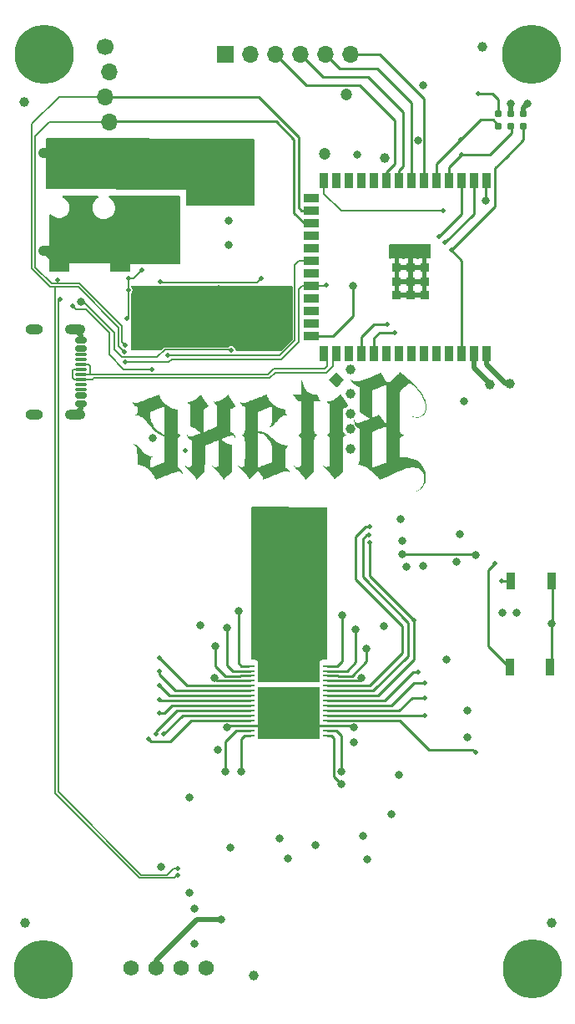
<source format=gbr>
%TF.GenerationSoftware,KiCad,Pcbnew,8.0.2*%
%TF.CreationDate,2024-07-03T14:27:07-04:00*%
%TF.ProjectId,bitaxeGamma,62697461-7865-4476-916d-6d612e6b6963,rev?*%
%TF.SameCoordinates,Original*%
%TF.FileFunction,Copper,L4,Bot*%
%TF.FilePolarity,Positive*%
%FSLAX46Y46*%
G04 Gerber Fmt 4.6, Leading zero omitted, Abs format (unit mm)*
G04 Created by KiCad (PCBNEW 8.0.2) date 2024-07-03 14:27:07*
%MOMM*%
%LPD*%
G01*
G04 APERTURE LIST*
G04 Aperture macros list*
%AMRoundRect*
0 Rectangle with rounded corners*
0 $1 Rounding radius*
0 $2 $3 $4 $5 $6 $7 $8 $9 X,Y pos of 4 corners*
0 Add a 4 corners polygon primitive as box body*
4,1,4,$2,$3,$4,$5,$6,$7,$8,$9,$2,$3,0*
0 Add four circle primitives for the rounded corners*
1,1,$1+$1,$2,$3*
1,1,$1+$1,$4,$5*
1,1,$1+$1,$6,$7*
1,1,$1+$1,$8,$9*
0 Add four rect primitives between the rounded corners*
20,1,$1+$1,$2,$3,$4,$5,0*
20,1,$1+$1,$4,$5,$6,$7,0*
20,1,$1+$1,$6,$7,$8,$9,0*
20,1,$1+$1,$8,$9,$2,$3,0*%
G04 Aperture macros list end*
%TA.AperFunction,EtchedComponent*%
%ADD10C,0.000000*%
%TD*%
%TA.AperFunction,SMDPad,CuDef*%
%ADD11RoundRect,0.055250X0.340750X0.055250X-0.340750X0.055250X-0.340750X-0.055250X0.340750X-0.055250X0*%
%TD*%
%TA.AperFunction,SMDPad,CuDef*%
%ADD12R,6.330000X2.000000*%
%TD*%
%TA.AperFunction,SMDPad,CuDef*%
%ADD13R,6.330000X5.300000*%
%TD*%
%TA.AperFunction,ComponentPad*%
%ADD14C,0.800000*%
%TD*%
%TA.AperFunction,ComponentPad*%
%ADD15C,6.000000*%
%TD*%
%TA.AperFunction,ComponentPad*%
%ADD16R,1.700000X1.700000*%
%TD*%
%TA.AperFunction,ComponentPad*%
%ADD17O,1.700000X1.700000*%
%TD*%
%TA.AperFunction,ComponentPad*%
%ADD18C,0.400000*%
%TD*%
%TA.AperFunction,ComponentPad*%
%ADD19C,1.574800*%
%TD*%
%TA.AperFunction,ComponentPad*%
%ADD20C,1.700000*%
%TD*%
%TA.AperFunction,SMDPad,CuDef*%
%ADD21C,1.000000*%
%TD*%
%TA.AperFunction,SMDPad,CuDef*%
%ADD22RoundRect,0.150000X0.425000X-0.150000X0.425000X0.150000X-0.425000X0.150000X-0.425000X-0.150000X0*%
%TD*%
%TA.AperFunction,SMDPad,CuDef*%
%ADD23RoundRect,0.075000X0.500000X-0.075000X0.500000X0.075000X-0.500000X0.075000X-0.500000X-0.075000X0*%
%TD*%
%TA.AperFunction,ComponentPad*%
%ADD24O,1.800000X1.000000*%
%TD*%
%TA.AperFunction,ComponentPad*%
%ADD25O,2.100000X1.000000*%
%TD*%
%TA.AperFunction,SMDPad,CuDef*%
%ADD26R,0.900000X1.500000*%
%TD*%
%TA.AperFunction,SMDPad,CuDef*%
%ADD27R,1.500000X0.900000*%
%TD*%
%TA.AperFunction,SMDPad,CuDef*%
%ADD28R,0.900000X0.900000*%
%TD*%
%TA.AperFunction,ConnectorPad*%
%ADD29C,0.787400*%
%TD*%
%TA.AperFunction,SMDPad,CuDef*%
%ADD30R,2.000000X2.000000*%
%TD*%
%TA.AperFunction,SMDPad,CuDef*%
%ADD31R,0.900000X1.800000*%
%TD*%
%TA.AperFunction,ViaPad*%
%ADD32C,0.800000*%
%TD*%
%TA.AperFunction,ViaPad*%
%ADD33C,1.000000*%
%TD*%
%TA.AperFunction,ViaPad*%
%ADD34C,0.500000*%
%TD*%
%TA.AperFunction,ViaPad*%
%ADD35C,1.200000*%
%TD*%
%TA.AperFunction,Conductor*%
%ADD36C,0.254000*%
%TD*%
%TA.AperFunction,Conductor*%
%ADD37C,0.508000*%
%TD*%
%TA.AperFunction,Conductor*%
%ADD38C,1.000000*%
%TD*%
%TA.AperFunction,Conductor*%
%ADD39C,0.200000*%
%TD*%
G04 APERTURE END LIST*
D10*
%TA.AperFunction,EtchedComponent*%
%TO.C,G\u002A\u002A\u002A*%
G36*
X110835225Y-83669191D02*
G01*
X111225774Y-84059740D01*
X110840646Y-84445290D01*
X110743775Y-84541920D01*
X110649131Y-84635592D01*
X110567917Y-84715197D01*
X110504115Y-84776859D01*
X110461707Y-84816699D01*
X110444677Y-84830841D01*
X110429633Y-84818501D01*
X110388808Y-84780268D01*
X110326321Y-84719953D01*
X110246154Y-84641434D01*
X110152289Y-84548587D01*
X110048708Y-84445290D01*
X109663579Y-84059740D01*
X110054128Y-83669191D01*
X110444677Y-83278642D01*
X110835225Y-83669191D01*
G37*
%TD.AperFunction*%
%TA.AperFunction,EtchedComponent*%
G36*
X106952962Y-84218195D02*
G01*
X107012788Y-84384727D01*
X107130174Y-84656382D01*
X107260097Y-84893409D01*
X107401616Y-85094547D01*
X107553792Y-85258537D01*
X107715685Y-85384116D01*
X107886356Y-85470027D01*
X107916657Y-85479077D01*
X107996489Y-85494470D01*
X108098933Y-85507422D01*
X108211773Y-85516200D01*
X108448024Y-85528872D01*
X108633717Y-85851383D01*
X108687239Y-85945026D01*
X108740061Y-86039000D01*
X108781920Y-86115205D01*
X108809482Y-86167559D01*
X108819410Y-86189981D01*
X108812654Y-86193248D01*
X108772106Y-86198329D01*
X108701063Y-86202393D01*
X108606604Y-86205090D01*
X108495806Y-86206067D01*
X108172203Y-86206067D01*
X108178046Y-87763614D01*
X108179056Y-88029567D01*
X108180108Y-88286071D01*
X108181182Y-88506491D01*
X108182369Y-88693760D01*
X108183761Y-88850811D01*
X108185446Y-88980576D01*
X108187518Y-89085988D01*
X108190065Y-89169980D01*
X108193180Y-89235484D01*
X108196952Y-89285434D01*
X108201474Y-89322762D01*
X108206835Y-89350400D01*
X108213126Y-89371282D01*
X108220439Y-89388341D01*
X108228864Y-89404508D01*
X108261787Y-89457864D01*
X108349332Y-89557893D01*
X108450475Y-89629877D01*
X108508694Y-89659932D01*
X108417585Y-89713326D01*
X108319765Y-89792653D01*
X108242377Y-89900266D01*
X108195128Y-90023485D01*
X108193591Y-90033321D01*
X108189824Y-90086905D01*
X108186397Y-90179408D01*
X108183334Y-90308844D01*
X108180661Y-90473224D01*
X108178401Y-90670562D01*
X108176578Y-90898870D01*
X108175218Y-91156162D01*
X108174344Y-91440449D01*
X108173980Y-91749745D01*
X108173471Y-93386531D01*
X107742630Y-93787538D01*
X107311790Y-94188545D01*
X107277386Y-94097910D01*
X107247290Y-94032073D01*
X107177868Y-93916154D01*
X107082976Y-93783702D01*
X106967059Y-93640128D01*
X106834561Y-93490847D01*
X106689927Y-93341272D01*
X106537600Y-93196816D01*
X106483754Y-93146978D01*
X106402109Y-93067371D01*
X106327474Y-92990122D01*
X106262576Y-92918696D01*
X106210143Y-92856560D01*
X106172904Y-92807181D01*
X106153586Y-92774024D01*
X106154918Y-92760556D01*
X106179628Y-92770243D01*
X106230444Y-92806551D01*
X106299366Y-92857410D01*
X106369454Y-92896819D01*
X106436950Y-92916253D01*
X106516137Y-92921454D01*
X106532152Y-92921097D01*
X106642284Y-92901731D01*
X106745371Y-92857661D01*
X106824867Y-92795630D01*
X106826684Y-92793536D01*
X106833773Y-92782700D01*
X106839814Y-92766544D01*
X106844873Y-92742039D01*
X106849018Y-92706155D01*
X106852314Y-92655863D01*
X106854829Y-92588133D01*
X106856628Y-92499937D01*
X106857778Y-92388244D01*
X106858346Y-92250025D01*
X106858398Y-92082251D01*
X106858000Y-91881892D01*
X106857219Y-91645920D01*
X106856122Y-91371304D01*
X106850337Y-89987937D01*
X106790861Y-89886750D01*
X106733692Y-89809469D01*
X106627929Y-89721251D01*
X106524473Y-89656939D01*
X106595168Y-89620671D01*
X106660367Y-89577358D01*
X106737556Y-89503287D01*
X106800898Y-89418954D01*
X106838416Y-89338263D01*
X106840403Y-89327806D01*
X106845101Y-89272011D01*
X106849184Y-89174805D01*
X106852651Y-89036374D01*
X106855498Y-88856905D01*
X106857723Y-88636583D01*
X106859323Y-88375593D01*
X106860296Y-88074124D01*
X106860639Y-87732359D01*
X106860755Y-86206067D01*
X106708307Y-86206067D01*
X106555859Y-86206067D01*
X106282673Y-85867470D01*
X106009487Y-85528872D01*
X106435121Y-85523240D01*
X106860755Y-85517608D01*
X106861024Y-84731444D01*
X106861292Y-83945279D01*
X106952962Y-84218195D01*
G37*
%TD.AperFunction*%
%TA.AperFunction,EtchedComponent*%
G36*
X110875684Y-85508401D02*
G01*
X110901173Y-85546235D01*
X110945271Y-85612062D01*
X111005209Y-85701741D01*
X111078222Y-85811131D01*
X111161542Y-85936090D01*
X111252402Y-86072478D01*
X111628268Y-86636921D01*
X111578013Y-86701135D01*
X111533263Y-86747758D01*
X111443903Y-86815237D01*
X111334780Y-86877924D01*
X111218190Y-86928062D01*
X111111453Y-86965971D01*
X111111453Y-88107771D01*
X111111446Y-88275760D01*
X111111559Y-88507622D01*
X111112114Y-88703489D01*
X111113445Y-88866832D01*
X111115885Y-89001120D01*
X111119767Y-89109823D01*
X111125425Y-89196412D01*
X111133192Y-89264355D01*
X111143400Y-89317123D01*
X111156384Y-89358185D01*
X111172477Y-89391011D01*
X111192011Y-89419071D01*
X111215321Y-89445835D01*
X111242739Y-89474772D01*
X111256864Y-89488805D01*
X111322178Y-89541654D01*
X111387734Y-89580913D01*
X111466066Y-89616790D01*
X111381498Y-89654924D01*
X111375494Y-89657712D01*
X111281872Y-89720387D01*
X111198671Y-89808646D01*
X111140101Y-89907615D01*
X111138050Y-89913353D01*
X111132956Y-89936914D01*
X111128511Y-89974168D01*
X111124674Y-90027659D01*
X111121401Y-90099929D01*
X111118649Y-90193524D01*
X111116374Y-90310985D01*
X111114534Y-90454858D01*
X111113085Y-90627686D01*
X111111983Y-90832012D01*
X111111187Y-91070380D01*
X111110652Y-91345334D01*
X111110335Y-91659417D01*
X111109217Y-93342654D01*
X110688391Y-93742728D01*
X110674494Y-93755934D01*
X110565705Y-93858938D01*
X110467267Y-93951493D01*
X110383136Y-94029930D01*
X110317265Y-94090579D01*
X110273609Y-94129771D01*
X110256123Y-94143836D01*
X110253726Y-94142893D01*
X110237968Y-94118544D01*
X110218096Y-94071351D01*
X110201334Y-94030446D01*
X110153397Y-93941437D01*
X110083781Y-93838666D01*
X109990413Y-93719559D01*
X109871219Y-93581541D01*
X109724123Y-93422036D01*
X109547051Y-93238470D01*
X109543132Y-93234475D01*
X109396872Y-93084228D01*
X109277197Y-92958886D01*
X109184596Y-92859026D01*
X109119552Y-92785223D01*
X109082554Y-92738053D01*
X109074086Y-92718092D01*
X109094636Y-92725916D01*
X109144690Y-92762100D01*
X109161332Y-92775007D01*
X109222126Y-92820072D01*
X109267670Y-92847117D01*
X109311821Y-92863145D01*
X109368432Y-92875156D01*
X109424247Y-92880245D01*
X109532354Y-92868158D01*
X109635541Y-92832791D01*
X109716601Y-92778902D01*
X109777901Y-92720173D01*
X109777784Y-91364474D01*
X109777450Y-91061641D01*
X109776407Y-90777058D01*
X109774652Y-90533703D01*
X109772182Y-90331350D01*
X109768993Y-90169770D01*
X109765081Y-90048738D01*
X109760444Y-89968026D01*
X109755076Y-89927406D01*
X109729641Y-89873164D01*
X109684106Y-89807892D01*
X109627056Y-89741021D01*
X109567001Y-89681715D01*
X109512452Y-89639140D01*
X109471918Y-89622460D01*
X109461738Y-89621456D01*
X109460241Y-89611288D01*
X109496605Y-89588775D01*
X109590651Y-89524440D01*
X109677420Y-89436473D01*
X109738314Y-89341998D01*
X109739156Y-89340168D01*
X109746794Y-89321373D01*
X109753334Y-89298885D01*
X109758862Y-89269539D01*
X109763465Y-89230169D01*
X109767229Y-89177612D01*
X109770239Y-89108701D01*
X109772582Y-89020272D01*
X109774344Y-88909160D01*
X109775610Y-88772200D01*
X109776467Y-88606226D01*
X109777001Y-88408073D01*
X109777298Y-88174578D01*
X109777443Y-87902574D01*
X109777901Y-86546497D01*
X109723429Y-86517344D01*
X109717003Y-86513566D01*
X109670874Y-86477206D01*
X109611948Y-86421367D01*
X109551012Y-86357292D01*
X109498855Y-86296221D01*
X109466268Y-86249396D01*
X109462396Y-86239552D01*
X109467939Y-86227474D01*
X109494743Y-86220368D01*
X109549610Y-86216913D01*
X109639339Y-86215787D01*
X109644743Y-86215764D01*
X109745420Y-86213103D01*
X109821565Y-86204306D01*
X109889472Y-86186406D01*
X109965431Y-86156439D01*
X110083913Y-86098122D01*
X110261573Y-85989272D01*
X110451696Y-85850389D01*
X110649303Y-85684906D01*
X110675153Y-85662002D01*
X110750198Y-85596617D01*
X110811604Y-85544759D01*
X110853607Y-85511228D01*
X110870442Y-85500822D01*
X110875684Y-85508401D01*
G37*
%TD.AperFunction*%
%TA.AperFunction,EtchedComponent*%
G36*
X94321726Y-88203688D02*
G01*
X94327450Y-89345307D01*
X94390708Y-89447836D01*
X94449755Y-89524977D01*
X94562645Y-89615543D01*
X94671323Y-89680721D01*
X94606011Y-89707774D01*
X94543402Y-89739855D01*
X94442182Y-89826730D01*
X94366349Y-89945412D01*
X94317438Y-90050447D01*
X94317235Y-91492995D01*
X94317031Y-92935544D01*
X94374332Y-92949316D01*
X94504813Y-92999651D01*
X94623731Y-93085425D01*
X94720321Y-93199404D01*
X94789662Y-93335721D01*
X94826830Y-93488511D01*
X94839564Y-93592695D01*
X94798954Y-93519767D01*
X94767864Y-93468659D01*
X94696223Y-93385706D01*
X94612548Y-93336540D01*
X94509179Y-93315767D01*
X94396328Y-93317778D01*
X94279739Y-93339423D01*
X94277012Y-93340249D01*
X94230067Y-93356189D01*
X94151537Y-93384567D01*
X94045832Y-93423686D01*
X93917364Y-93471846D01*
X93770541Y-93527347D01*
X93609773Y-93588491D01*
X93439472Y-93653579D01*
X93264047Y-93720910D01*
X93087908Y-93788787D01*
X92915465Y-93855510D01*
X92751128Y-93919380D01*
X92599308Y-93978697D01*
X92464414Y-94031763D01*
X92350857Y-94076879D01*
X92263046Y-94112345D01*
X92205393Y-94136462D01*
X92182306Y-94147531D01*
X92156950Y-94162429D01*
X92123410Y-94161789D01*
X92108335Y-94137849D01*
X92107708Y-94130648D01*
X92092011Y-94080784D01*
X92058316Y-94005401D01*
X92010789Y-93911903D01*
X91953592Y-93807696D01*
X91890888Y-93700184D01*
X91826843Y-93596772D01*
X91765618Y-93504865D01*
X91711378Y-93431868D01*
X91633746Y-93341345D01*
X91428675Y-93144290D01*
X91199837Y-92976294D01*
X90952588Y-92840495D01*
X90692285Y-92740029D01*
X90424283Y-92678034D01*
X90264283Y-92653320D01*
X90251592Y-91883221D01*
X90250405Y-91812732D01*
X90246370Y-91603183D01*
X90241813Y-91429431D01*
X90236204Y-91286956D01*
X90229012Y-91171235D01*
X90219709Y-91077750D01*
X90207764Y-91001978D01*
X90192648Y-90939400D01*
X90173831Y-90885494D01*
X90150784Y-90835740D01*
X90122975Y-90785617D01*
X90120847Y-90782042D01*
X90055158Y-90699440D01*
X89968535Y-90624924D01*
X89878803Y-90573944D01*
X89873811Y-90570360D01*
X89893019Y-90568784D01*
X89941313Y-90573315D01*
X90042375Y-90597494D01*
X90160102Y-90644707D01*
X90275032Y-90706919D01*
X90371015Y-90776491D01*
X90398820Y-90803695D01*
X90454315Y-90864996D01*
X90523987Y-90947126D01*
X90601656Y-91042752D01*
X90681141Y-91144537D01*
X90734840Y-91213508D01*
X90818912Y-91317242D01*
X90899591Y-91412229D01*
X90969785Y-91490190D01*
X91022398Y-91542845D01*
X91062638Y-91577211D01*
X91215232Y-91682141D01*
X91381116Y-91762486D01*
X91549910Y-91813887D01*
X91711234Y-91831990D01*
X91805458Y-91831990D01*
X91727919Y-91884679D01*
X91726511Y-91885637D01*
X91680191Y-91919536D01*
X91644507Y-91954123D01*
X91617967Y-91995254D01*
X91599082Y-92048782D01*
X91586361Y-92120563D01*
X91578314Y-92216452D01*
X91573451Y-92342305D01*
X91570280Y-92503975D01*
X91570271Y-92504579D01*
X91568454Y-92654882D01*
X91568425Y-92767967D01*
X91570389Y-92848244D01*
X91574549Y-92900125D01*
X91581111Y-92928019D01*
X91590277Y-92936337D01*
X91591076Y-92936279D01*
X91620124Y-92927830D01*
X91682001Y-92906515D01*
X91771195Y-92874430D01*
X91882191Y-92833666D01*
X92009476Y-92786318D01*
X92147538Y-92734478D01*
X92290864Y-92680241D01*
X92433940Y-92625699D01*
X92571254Y-92572945D01*
X92697292Y-92524073D01*
X92806541Y-92481175D01*
X92893488Y-92446347D01*
X92952621Y-92421679D01*
X92978425Y-92409267D01*
X92980554Y-92406582D01*
X92985763Y-92388149D01*
X92990120Y-92351420D01*
X92993668Y-92293796D01*
X92996447Y-92212681D01*
X92998497Y-92105477D01*
X92999861Y-91969587D01*
X93000578Y-91802416D01*
X93000690Y-91601364D01*
X93000238Y-91363836D01*
X92999262Y-91087234D01*
X92993897Y-89785247D01*
X92845552Y-89747576D01*
X92795197Y-89733623D01*
X92584188Y-89650458D01*
X92373511Y-89528486D01*
X92166508Y-89369879D01*
X91966522Y-89176806D01*
X91954304Y-89163562D01*
X91894802Y-89097043D01*
X91816697Y-89007551D01*
X91726200Y-88902295D01*
X91629520Y-88788485D01*
X91532865Y-88673329D01*
X91411974Y-88529984D01*
X91249584Y-88344170D01*
X91104594Y-88187826D01*
X90973619Y-88057822D01*
X90853274Y-87951029D01*
X90740175Y-87864315D01*
X90630938Y-87794552D01*
X90522177Y-87738608D01*
X90514875Y-87735308D01*
X90404294Y-87692014D01*
X90286919Y-87656257D01*
X90177336Y-87631939D01*
X90090130Y-87622966D01*
X90018498Y-87622966D01*
X90056588Y-87597653D01*
X91567307Y-87597653D01*
X91567708Y-87650108D01*
X91576720Y-87862890D01*
X91599702Y-88047668D01*
X91639589Y-88214539D01*
X91699311Y-88373600D01*
X91781803Y-88534948D01*
X91889995Y-88708680D01*
X91917006Y-88748242D01*
X92050892Y-88921724D01*
X92203075Y-89088150D01*
X92366516Y-89241311D01*
X92534179Y-89374999D01*
X92699026Y-89483007D01*
X92854021Y-89559125D01*
X92900901Y-89576869D01*
X92955065Y-89595307D01*
X92984250Y-89602457D01*
X92987222Y-89592193D01*
X92991070Y-89543051D01*
X92994468Y-89454586D01*
X92997396Y-89328175D01*
X92999836Y-89165195D01*
X93001767Y-88967024D01*
X93003170Y-88735040D01*
X93004026Y-88470619D01*
X93004316Y-88175140D01*
X93004259Y-88026074D01*
X93003937Y-87793751D01*
X93003352Y-87576138D01*
X93002527Y-87376604D01*
X93001489Y-87198520D01*
X93000260Y-87045257D01*
X92998866Y-86920185D01*
X92997331Y-86826675D01*
X92995680Y-86768097D01*
X92993937Y-86747822D01*
X92991503Y-86748422D01*
X92959821Y-86759684D01*
X92896275Y-86783599D01*
X92806237Y-86818064D01*
X92695077Y-86860979D01*
X92568166Y-86910239D01*
X92430874Y-86963742D01*
X92288571Y-87019386D01*
X92146628Y-87075069D01*
X92010417Y-87128688D01*
X91885306Y-87178140D01*
X91776668Y-87221323D01*
X91689872Y-87256135D01*
X91630289Y-87280473D01*
X91603290Y-87292234D01*
X91594124Y-87298428D01*
X91582050Y-87315882D01*
X91574136Y-87347708D01*
X91569576Y-87400731D01*
X91567568Y-87481772D01*
X91567307Y-87597653D01*
X90056588Y-87597653D01*
X90089298Y-87575915D01*
X90109228Y-87560563D01*
X90163325Y-87502836D01*
X90206982Y-87436061D01*
X90217845Y-87413574D01*
X90233814Y-87371933D01*
X90244274Y-87324765D01*
X90250353Y-87263036D01*
X90253174Y-87177714D01*
X90253865Y-87059764D01*
X90253865Y-86776270D01*
X90143230Y-86741395D01*
X90058403Y-86706242D01*
X89939051Y-86622638D01*
X89843108Y-86510508D01*
X89775444Y-86376095D01*
X89740927Y-86225641D01*
X89729100Y-86112301D01*
X89775716Y-86202561D01*
X89838802Y-86289077D01*
X89932429Y-86361967D01*
X90039340Y-86403558D01*
X90070304Y-86406574D01*
X90146405Y-86401553D01*
X90233759Y-86384628D01*
X90243350Y-86381914D01*
X90296052Y-86364473D01*
X90379854Y-86334744D01*
X90490374Y-86294407D01*
X90623228Y-86245146D01*
X90774034Y-86188642D01*
X90938409Y-86126576D01*
X91111969Y-86060630D01*
X91290333Y-85992487D01*
X91469118Y-85923827D01*
X91643940Y-85856333D01*
X91810416Y-85791686D01*
X91964165Y-85731569D01*
X92100803Y-85677662D01*
X92215947Y-85631648D01*
X92305215Y-85595208D01*
X92364223Y-85570025D01*
X92388590Y-85557779D01*
X92414471Y-85541528D01*
X92448806Y-85549415D01*
X92472066Y-85595165D01*
X92475889Y-85607757D01*
X92497208Y-85662159D01*
X92530356Y-85736720D01*
X92569968Y-85819160D01*
X92595756Y-85869606D01*
X92758633Y-86140535D01*
X92945653Y-86377530D01*
X93156687Y-86580498D01*
X93391607Y-86749341D01*
X93650281Y-86883965D01*
X93932582Y-86984274D01*
X94238379Y-87050172D01*
X94316002Y-87062069D01*
X94321583Y-88175140D01*
X94321726Y-88203688D01*
G37*
%TD.AperFunction*%
%TA.AperFunction,EtchedComponent*%
G36*
X105245907Y-92057041D02*
G01*
X105245907Y-92917613D01*
X105370928Y-92967812D01*
X105430008Y-92995089D01*
X105554364Y-93083226D01*
X105649593Y-93200838D01*
X105714408Y-93346505D01*
X105734620Y-93417897D01*
X105750000Y-93484787D01*
X105755573Y-93527171D01*
X105753328Y-93550543D01*
X105743744Y-93547509D01*
X105721785Y-93509348D01*
X105693905Y-93462287D01*
X105611304Y-93368746D01*
X105512841Y-93310573D01*
X105402588Y-93290562D01*
X105354520Y-93295517D01*
X105280084Y-93309868D01*
X105198761Y-93330325D01*
X105196858Y-93330871D01*
X105147588Y-93346997D01*
X105066904Y-93375570D01*
X104959208Y-93414896D01*
X104828901Y-93463281D01*
X104680384Y-93519031D01*
X104518060Y-93580452D01*
X104346329Y-93645850D01*
X104169594Y-93713530D01*
X103992255Y-93781799D01*
X103818714Y-93848961D01*
X103653373Y-93913324D01*
X103500633Y-93973193D01*
X103364896Y-94026874D01*
X103250563Y-94072673D01*
X103162036Y-94108895D01*
X103103716Y-94133846D01*
X103080005Y-94145833D01*
X103066191Y-94157840D01*
X103049936Y-94160477D01*
X103033194Y-94141356D01*
X103011533Y-94094620D01*
X102980518Y-94014414D01*
X102957215Y-93956363D01*
X102865871Y-93771175D01*
X102749948Y-93583181D01*
X102617823Y-93406421D01*
X102498437Y-93261820D01*
X102054938Y-93718972D01*
X102010996Y-93764104D01*
X101902447Y-93874102D01*
X101806275Y-93969421D01*
X101725747Y-94046955D01*
X101664126Y-94103597D01*
X101624678Y-94136240D01*
X101610667Y-94141776D01*
X101610188Y-94135996D01*
X101594021Y-94084945D01*
X101558675Y-94011146D01*
X101509185Y-93923607D01*
X101450586Y-93831333D01*
X101387913Y-93743331D01*
X101356524Y-93704912D01*
X101294815Y-93634712D01*
X101213091Y-93545222D01*
X101116602Y-93442104D01*
X101010600Y-93331021D01*
X100900335Y-93217634D01*
X100861484Y-93178017D01*
X100728732Y-93041405D01*
X100625077Y-92932341D01*
X100549720Y-92849813D01*
X100501860Y-92792811D01*
X100480696Y-92760325D01*
X100485428Y-92751343D01*
X100515255Y-92764856D01*
X100569376Y-92799853D01*
X100621986Y-92833797D01*
X100684304Y-92868648D01*
X100728345Y-92887115D01*
X100754000Y-92891983D01*
X100854280Y-92890795D01*
X100963060Y-92865032D01*
X101063798Y-92818099D01*
X101161904Y-92757447D01*
X101167267Y-91417164D01*
X101167527Y-91347696D01*
X101168186Y-91059654D01*
X101168058Y-90802734D01*
X101167160Y-90578444D01*
X101165509Y-90388289D01*
X101163121Y-90233776D01*
X101160012Y-90116412D01*
X101156200Y-90037703D01*
X101151701Y-89999156D01*
X101146978Y-89983090D01*
X101093056Y-89872002D01*
X101011135Y-89775451D01*
X100912147Y-89706778D01*
X100814920Y-89659712D01*
X100895809Y-89623496D01*
X100952938Y-89589809D01*
X101035424Y-89515822D01*
X101065003Y-89477437D01*
X102485038Y-89477437D01*
X102485038Y-91206887D01*
X102485101Y-91363235D01*
X102485493Y-91620762D01*
X102486217Y-91864144D01*
X102487246Y-92090323D01*
X102488553Y-92296239D01*
X102490109Y-92478834D01*
X102491887Y-92635049D01*
X102493859Y-92761825D01*
X102495998Y-92856105D01*
X102498276Y-92914828D01*
X102500665Y-92934936D01*
X102519082Y-92928771D01*
X102572479Y-92909080D01*
X102656175Y-92877532D01*
X102765668Y-92835843D01*
X102896456Y-92785727D01*
X103044036Y-92728899D01*
X103203906Y-92667074D01*
X103891518Y-92400612D01*
X103896970Y-91570235D01*
X103898110Y-91398476D01*
X103899062Y-91211383D01*
X103898896Y-91057340D01*
X103897027Y-90931497D01*
X103892866Y-90829007D01*
X103885829Y-90745021D01*
X103875328Y-90674692D01*
X103860777Y-90613171D01*
X103841589Y-90555610D01*
X103817178Y-90497162D01*
X103786957Y-90432977D01*
X103750340Y-90358209D01*
X103710480Y-90281669D01*
X103588173Y-90089899D01*
X103445758Y-89917878D01*
X103287874Y-89769139D01*
X103119161Y-89647217D01*
X102944256Y-89555645D01*
X102767800Y-89497956D01*
X102594431Y-89477684D01*
X102485038Y-89477437D01*
X101065003Y-89477437D01*
X101104781Y-89425817D01*
X101148140Y-89334529D01*
X101150874Y-89322142D01*
X101156156Y-89274719D01*
X101160633Y-89197578D01*
X101164335Y-89089011D01*
X101167294Y-88947312D01*
X101169541Y-88770773D01*
X101171107Y-88557687D01*
X101172024Y-88306346D01*
X101172322Y-88015043D01*
X101172322Y-86776270D01*
X101061688Y-86741395D01*
X100976861Y-86706242D01*
X100857509Y-86622638D01*
X100761566Y-86510508D01*
X100693901Y-86376095D01*
X100659385Y-86225641D01*
X100647558Y-86112301D01*
X100694174Y-86202561D01*
X100757393Y-86289208D01*
X100850913Y-86361994D01*
X100957591Y-86403513D01*
X100983192Y-86406375D01*
X101061203Y-86401151D01*
X101155540Y-86381207D01*
X101170133Y-86376746D01*
X101228147Y-86356820D01*
X101318109Y-86324409D01*
X101435294Y-86281315D01*
X101574974Y-86229342D01*
X101732423Y-86170292D01*
X101902914Y-86105966D01*
X102081721Y-86038168D01*
X102264115Y-85968700D01*
X102445372Y-85899364D01*
X102620763Y-85831963D01*
X102785563Y-85768298D01*
X102935043Y-85710173D01*
X103064479Y-85659390D01*
X103169142Y-85617751D01*
X103244306Y-85587059D01*
X103285245Y-85569115D01*
X103316302Y-85554335D01*
X103356014Y-85542142D01*
X103376900Y-85554798D01*
X103390524Y-85595165D01*
X103408235Y-85646507D01*
X103445078Y-85729953D01*
X103494694Y-85830182D01*
X103551983Y-85937350D01*
X103611849Y-86041616D01*
X103669192Y-86133138D01*
X103677407Y-86145375D01*
X103819863Y-86327650D01*
X103991568Y-86501823D01*
X104182778Y-86659787D01*
X104383750Y-86793439D01*
X104584739Y-86894673D01*
X104686352Y-86932559D01*
X104838590Y-86979085D01*
X105001368Y-87019755D01*
X105157351Y-87049874D01*
X105235489Y-87062262D01*
X105235832Y-87212384D01*
X105238365Y-87275518D01*
X105263321Y-87400449D01*
X105316628Y-87498900D01*
X105400372Y-87575467D01*
X105470856Y-87622966D01*
X105389637Y-87623274D01*
X105342452Y-87626378D01*
X105260955Y-87637788D01*
X105176626Y-87654651D01*
X105168801Y-87656518D01*
X105045374Y-87693013D01*
X104931246Y-87742438D01*
X104821443Y-87808680D01*
X104710993Y-87895628D01*
X104594922Y-88007171D01*
X104468254Y-88147195D01*
X104326018Y-88319590D01*
X104282507Y-88373427D01*
X104152540Y-88524765D01*
X104035793Y-88643604D01*
X103927727Y-88733388D01*
X103823802Y-88797564D01*
X103719480Y-88839575D01*
X103610222Y-88862866D01*
X103516457Y-88875353D01*
X103578967Y-88840531D01*
X103614314Y-88819059D01*
X103722445Y-88727057D01*
X103801212Y-88615712D01*
X103817538Y-88582297D01*
X103839986Y-88527551D01*
X103858492Y-88466967D01*
X103873521Y-88396066D01*
X103885538Y-88310368D01*
X103895008Y-88205395D01*
X103902396Y-88076666D01*
X103908168Y-87919703D01*
X103912789Y-87730026D01*
X103916722Y-87503155D01*
X103918938Y-87331049D01*
X103920220Y-87172141D01*
X103920579Y-87031738D01*
X103920037Y-86914473D01*
X103918615Y-86824977D01*
X103916334Y-86767883D01*
X103913217Y-86747822D01*
X103911509Y-86748169D01*
X103881561Y-86758513D01*
X103819409Y-86781673D01*
X103730439Y-86815544D01*
X103620033Y-86858017D01*
X103493574Y-86906988D01*
X103356446Y-86960350D01*
X103214031Y-87015995D01*
X103071713Y-87071817D01*
X102934875Y-87125710D01*
X102808900Y-87175568D01*
X102699172Y-87219283D01*
X102611073Y-87254749D01*
X102549987Y-87279860D01*
X102521297Y-87292509D01*
X102520880Y-87292735D01*
X102512403Y-87299608D01*
X102505397Y-87312441D01*
X102499752Y-87334805D01*
X102495353Y-87370271D01*
X102492090Y-87422410D01*
X102489848Y-87494794D01*
X102488517Y-87590994D01*
X102487983Y-87714581D01*
X102488134Y-87869126D01*
X102488858Y-88058200D01*
X102490041Y-88285376D01*
X102495456Y-89258651D01*
X102682987Y-89271588D01*
X102787792Y-89282177D01*
X102905062Y-89304056D01*
X103019997Y-89338459D01*
X103137092Y-89387853D01*
X103260844Y-89454704D01*
X103395750Y-89541480D01*
X103546306Y-89650647D01*
X103717009Y-89784672D01*
X103912355Y-89946021D01*
X104063378Y-90070861D01*
X104258942Y-90224002D01*
X104436714Y-90350755D01*
X104602421Y-90453993D01*
X104761789Y-90536591D01*
X104920541Y-90601423D01*
X105084404Y-90651362D01*
X105259103Y-90689283D01*
X105450363Y-90718060D01*
X105550635Y-90730584D01*
X105464210Y-90824345D01*
X105416622Y-90883718D01*
X105359239Y-90970458D01*
X105311846Y-91057287D01*
X105245907Y-91196469D01*
X105245907Y-91211383D01*
X105245907Y-92057041D01*
G37*
%TD.AperFunction*%
%TA.AperFunction,EtchedComponent*%
G36*
X96706501Y-85545981D02*
G01*
X96733746Y-85582419D01*
X96779421Y-85646962D01*
X96840714Y-85735534D01*
X96914811Y-85844058D01*
X96998900Y-85968457D01*
X97090168Y-86104653D01*
X97097526Y-86115680D01*
X97199815Y-86269346D01*
X97281048Y-86392518D01*
X97343387Y-86488969D01*
X97388996Y-86562474D01*
X97420041Y-86616805D01*
X97438685Y-86655736D01*
X97447092Y-86683040D01*
X97447426Y-86702490D01*
X97441852Y-86717861D01*
X97403760Y-86765286D01*
X97336242Y-86823661D01*
X97250643Y-86883879D01*
X97157364Y-86938652D01*
X97066802Y-86980692D01*
X96942462Y-87028906D01*
X96942462Y-88190661D01*
X96942504Y-88337706D01*
X96942711Y-88545010D01*
X96943077Y-88736786D01*
X96943586Y-88909299D01*
X96944219Y-89058812D01*
X96944961Y-89181593D01*
X96945795Y-89273905D01*
X96946704Y-89332013D01*
X96947671Y-89352183D01*
X96947698Y-89352180D01*
X96968225Y-89344530D01*
X97023120Y-89323347D01*
X97108047Y-89290323D01*
X97218668Y-89247151D01*
X97350647Y-89195523D01*
X97499647Y-89137132D01*
X97661330Y-89073671D01*
X98369779Y-88795393D01*
X98362012Y-87708027D01*
X98354244Y-86620662D01*
X98177209Y-86443627D01*
X98175209Y-86441626D01*
X98107799Y-86372952D01*
X98053813Y-86315646D01*
X98018693Y-86275644D01*
X98007881Y-86258886D01*
X98016822Y-86257395D01*
X98057030Y-86260608D01*
X98116841Y-86270096D01*
X98188347Y-86277931D01*
X98338102Y-86265427D01*
X98503088Y-86218008D01*
X98680623Y-86136997D01*
X98868029Y-86023716D01*
X99062626Y-85879484D01*
X99261732Y-85705624D01*
X99334897Y-85639603D01*
X99396864Y-85588785D01*
X99441359Y-85558013D01*
X99462319Y-85551933D01*
X99463756Y-85553759D01*
X99483075Y-85581451D01*
X99521185Y-85637535D01*
X99574657Y-85716869D01*
X99640060Y-85814309D01*
X99713966Y-85924713D01*
X99792943Y-86042938D01*
X99873563Y-86163841D01*
X99952394Y-86282279D01*
X100026007Y-86393110D01*
X100090971Y-86491190D01*
X100143858Y-86571378D01*
X100181237Y-86628529D01*
X100199677Y-86657502D01*
X100202687Y-86677535D01*
X100181029Y-86721509D01*
X100132175Y-86775372D01*
X100062480Y-86833989D01*
X99978298Y-86892226D01*
X99885982Y-86944948D01*
X99791888Y-86987021D01*
X99692913Y-87024362D01*
X99692913Y-88177971D01*
X99692913Y-88202922D01*
X99692989Y-88447975D01*
X99693264Y-88654867D01*
X99693841Y-88826811D01*
X99694822Y-88967021D01*
X99696308Y-89078709D01*
X99698400Y-89165087D01*
X99701201Y-89229369D01*
X99704811Y-89274768D01*
X99709332Y-89304496D01*
X99714866Y-89321766D01*
X99721514Y-89329790D01*
X99729377Y-89331783D01*
X99758104Y-89335512D01*
X99830765Y-89361581D01*
X99912972Y-89406164D01*
X99991721Y-89461696D01*
X100054008Y-89520613D01*
X100062167Y-89530468D01*
X100125193Y-89629410D01*
X100172661Y-89744429D01*
X100175591Y-89753963D01*
X100202672Y-89850092D01*
X100213384Y-89908414D01*
X100207608Y-89929456D01*
X100185224Y-89913747D01*
X100146112Y-89861816D01*
X100099776Y-89801503D01*
X100017517Y-89730768D01*
X99923233Y-89694737D01*
X99811097Y-89691652D01*
X99675283Y-89719754D01*
X99658101Y-89724970D01*
X99592826Y-89746835D01*
X99504354Y-89778285D01*
X99399613Y-89816671D01*
X99285531Y-89859345D01*
X99169038Y-89903657D01*
X99057061Y-89946958D01*
X98956530Y-89986601D01*
X98874373Y-90019936D01*
X98817519Y-90044314D01*
X98792896Y-90057087D01*
X98794223Y-90064982D01*
X98820552Y-90093977D01*
X98871986Y-90138478D01*
X98942306Y-90193903D01*
X99025294Y-90255672D01*
X99114729Y-90319201D01*
X99204392Y-90379909D01*
X99288064Y-90433214D01*
X99359525Y-90474534D01*
X99365144Y-90477509D01*
X99462868Y-90523448D01*
X99569044Y-90565033D01*
X99661658Y-90593591D01*
X99666067Y-90594667D01*
X99741312Y-90613106D01*
X99801360Y-90627954D01*
X99833561Y-90636083D01*
X99836707Y-90639436D01*
X99841704Y-90658717D01*
X99845973Y-90697180D01*
X99849559Y-90757325D01*
X99852512Y-90841650D01*
X99854880Y-90952654D01*
X99856709Y-91092836D01*
X99858049Y-91264694D01*
X99858946Y-91470729D01*
X99859450Y-91713438D01*
X99859607Y-91995320D01*
X99859607Y-93347654D01*
X99427244Y-93755422D01*
X99404238Y-93777116D01*
X99294849Y-93880180D01*
X99196559Y-93972643D01*
X99113209Y-94050904D01*
X99048639Y-94111360D01*
X99006690Y-94150408D01*
X98991200Y-94164448D01*
X98983944Y-94152795D01*
X98963748Y-94112367D01*
X98935831Y-94052805D01*
X98927664Y-94035265D01*
X98883562Y-93950046D01*
X98830779Y-93864455D01*
X98765619Y-93773887D01*
X98684386Y-93673735D01*
X98583382Y-93559395D01*
X98458911Y-93426260D01*
X98307276Y-93269726D01*
X98305399Y-93267810D01*
X98157582Y-93115980D01*
X98038670Y-92991444D01*
X97947409Y-92892768D01*
X97882544Y-92818517D01*
X97842823Y-92767257D01*
X97826990Y-92737553D01*
X97833794Y-92727970D01*
X97857596Y-92740102D01*
X97892514Y-92772586D01*
X97916248Y-92795183D01*
X97994394Y-92844432D01*
X98087213Y-92880163D01*
X98175683Y-92894206D01*
X98247284Y-92888511D01*
X98343301Y-92858010D01*
X98447917Y-92796900D01*
X98526055Y-92743139D01*
X98526055Y-91452690D01*
X98526019Y-91221891D01*
X98525836Y-90991437D01*
X98525421Y-90797043D01*
X98524687Y-90635699D01*
X98523549Y-90504396D01*
X98521921Y-90400123D01*
X98519717Y-90319872D01*
X98516852Y-90260631D01*
X98513238Y-90219392D01*
X98508791Y-90193146D01*
X98503425Y-90178881D01*
X98497053Y-90173589D01*
X98489591Y-90174259D01*
X98471920Y-90180672D01*
X98417968Y-90200893D01*
X98333520Y-90232837D01*
X98223354Y-90274688D01*
X98092251Y-90324627D01*
X97944990Y-90380840D01*
X97786350Y-90441511D01*
X97119574Y-90696744D01*
X97109156Y-92030574D01*
X97098737Y-93364404D01*
X96673016Y-93762351D01*
X96247294Y-94160299D01*
X96170263Y-94006964D01*
X96142674Y-93954637D01*
X96093816Y-93872976D01*
X96034864Y-93787659D01*
X95962404Y-93694573D01*
X95873024Y-93589607D01*
X95763314Y-93468650D01*
X95629859Y-93327592D01*
X95469249Y-93162319D01*
X95374914Y-93065374D01*
X95281923Y-92968131D01*
X95202872Y-92883678D01*
X95141624Y-92816203D01*
X95102043Y-92769895D01*
X95087991Y-92748941D01*
X95090868Y-92744264D01*
X95115019Y-92752041D01*
X95155710Y-92781367D01*
X95165367Y-92789255D01*
X95229267Y-92833723D01*
X95290480Y-92866566D01*
X95316736Y-92876166D01*
X95430229Y-92892950D01*
X95549155Y-92878166D01*
X95660118Y-92834757D01*
X95749721Y-92765667D01*
X95796766Y-92714519D01*
X95791394Y-91446728D01*
X95786022Y-90178937D01*
X95692257Y-90148066D01*
X95630330Y-90124001D01*
X95501543Y-90046464D01*
X95397330Y-89943431D01*
X95323210Y-89821157D01*
X95284699Y-89685901D01*
X95281411Y-89662346D01*
X95271258Y-89596642D01*
X95262743Y-89550365D01*
X95263870Y-89541935D01*
X95278975Y-89560050D01*
X95305553Y-89605670D01*
X95324570Y-89638094D01*
X95370170Y-89701605D01*
X95413066Y-89746248D01*
X95430694Y-89758928D01*
X95514043Y-89799520D01*
X95605620Y-89821644D01*
X95686267Y-89820117D01*
X95709181Y-89813143D01*
X95766534Y-89793254D01*
X95849794Y-89763222D01*
X95952460Y-89725498D01*
X96068028Y-89682535D01*
X96189997Y-89636783D01*
X96311864Y-89590693D01*
X96427125Y-89546717D01*
X96529280Y-89507305D01*
X96611824Y-89474909D01*
X96668255Y-89451981D01*
X96692072Y-89440971D01*
X96687231Y-89429777D01*
X96658014Y-89398671D01*
X96610349Y-89356238D01*
X96489318Y-89256395D01*
X96336170Y-89135564D01*
X96203754Y-89039220D01*
X96087095Y-88964239D01*
X95981218Y-88907500D01*
X95881149Y-88865880D01*
X95781913Y-88836256D01*
X95636105Y-88800461D01*
X95624307Y-87697840D01*
X95621954Y-87482338D01*
X95619482Y-87273333D01*
X95617086Y-87099696D01*
X95614616Y-86958072D01*
X95611923Y-86845104D01*
X95608856Y-86757438D01*
X95605267Y-86691718D01*
X95601005Y-86644589D01*
X95595922Y-86612695D01*
X95589867Y-86592680D01*
X95582692Y-86581189D01*
X95574245Y-86574866D01*
X95550190Y-86558265D01*
X95498780Y-86513511D01*
X95437647Y-86453974D01*
X95376874Y-86389999D01*
X95326543Y-86331933D01*
X95296738Y-86290123D01*
X95284758Y-86266055D01*
X95286841Y-86251655D01*
X95320616Y-86260230D01*
X95353148Y-86266914D01*
X95419803Y-86272800D01*
X95496967Y-86274010D01*
X95607121Y-86261676D01*
X95768216Y-86214805D01*
X95941656Y-86135294D01*
X96123220Y-86025472D01*
X96308692Y-85887663D01*
X96493853Y-85724195D01*
X96505163Y-85713404D01*
X96577511Y-85645392D01*
X96638159Y-85590075D01*
X96681035Y-85552894D01*
X96700072Y-85539291D01*
X96706501Y-85545981D01*
G37*
%TD.AperFunction*%
%TA.AperFunction,EtchedComponent*%
G36*
X117551978Y-84631446D02*
G01*
X117408593Y-84753929D01*
X117357351Y-84798345D01*
X117250367Y-84892961D01*
X117152838Y-84981656D01*
X117070371Y-85059203D01*
X117008573Y-85120373D01*
X116973054Y-85159940D01*
X116961784Y-85174683D01*
X116941173Y-85201915D01*
X116923062Y-85228277D01*
X116907287Y-85256429D01*
X116893689Y-85289028D01*
X116882106Y-85328734D01*
X116872377Y-85378206D01*
X116864340Y-85440103D01*
X116857834Y-85517083D01*
X116852698Y-85611806D01*
X116848770Y-85726931D01*
X116845889Y-85865117D01*
X116843894Y-86029022D01*
X116842623Y-86221306D01*
X116841916Y-86444627D01*
X116841610Y-86701645D01*
X116841545Y-86995019D01*
X116841559Y-87327407D01*
X116841619Y-87555697D01*
X116841952Y-87873173D01*
X116842603Y-88152341D01*
X116843599Y-88395236D01*
X116844965Y-88603897D01*
X116846729Y-88780360D01*
X116848918Y-88926663D01*
X116851559Y-89044842D01*
X116854677Y-89136935D01*
X116858300Y-89204980D01*
X116862455Y-89251012D01*
X116867168Y-89277070D01*
X116878577Y-89308226D01*
X116935759Y-89402897D01*
X117019252Y-89492370D01*
X117118220Y-89566337D01*
X117221830Y-89614491D01*
X117276108Y-89632921D01*
X117323429Y-89652795D01*
X117341641Y-89665981D01*
X117325794Y-89678653D01*
X117280349Y-89700535D01*
X117215681Y-89726148D01*
X117101531Y-89779032D01*
X116983060Y-89869944D01*
X116897633Y-89985964D01*
X116893671Y-89993444D01*
X116883481Y-90014628D01*
X116875060Y-90038148D01*
X116868209Y-90067938D01*
X116862729Y-90107931D01*
X116858418Y-90162062D01*
X116855079Y-90234262D01*
X116852511Y-90328468D01*
X116850515Y-90448611D01*
X116848994Y-90589040D01*
X116848890Y-90598626D01*
X116847437Y-90782446D01*
X116845957Y-91004006D01*
X116839937Y-91936728D01*
X116950141Y-91926665D01*
X117072216Y-91915969D01*
X117188994Y-91907519D01*
X117286335Y-91903508D01*
X117376162Y-91903737D01*
X117470400Y-91908007D01*
X117580972Y-91916118D01*
X117886215Y-91956593D01*
X118179448Y-92030141D01*
X118445953Y-92135300D01*
X118685313Y-92271739D01*
X118897113Y-92439128D01*
X119080939Y-92637137D01*
X119236373Y-92865434D01*
X119363001Y-93123689D01*
X119460407Y-93411572D01*
X119479871Y-93486304D01*
X119495620Y-93559932D01*
X119506130Y-93633392D01*
X119512487Y-93717140D01*
X119515776Y-93821636D01*
X119517084Y-93957338D01*
X119517347Y-94044669D01*
X119516676Y-94151474D01*
X119513804Y-94231084D01*
X119507717Y-94292299D01*
X119497406Y-94343924D01*
X119481858Y-94394760D01*
X119460062Y-94453611D01*
X119458056Y-94458814D01*
X119352858Y-94684259D01*
X119223392Y-94882650D01*
X119072458Y-95050860D01*
X118902851Y-95185758D01*
X118717371Y-95284216D01*
X118674960Y-95301063D01*
X118605462Y-95324716D01*
X118569462Y-95330995D01*
X118568476Y-95320967D01*
X118604019Y-95295695D01*
X118677603Y-95256245D01*
X118824002Y-95166551D01*
X118973098Y-95038521D01*
X119101549Y-94888943D01*
X119199002Y-94728298D01*
X119267605Y-94567329D01*
X119314489Y-94406662D01*
X119340790Y-94235974D01*
X119349703Y-94040685D01*
X119349743Y-94030300D01*
X119339393Y-93825340D01*
X119305883Y-93649759D01*
X119246700Y-93496975D01*
X119159327Y-93360409D01*
X119041250Y-93233477D01*
X119023281Y-93217159D01*
X118875488Y-93105835D01*
X118713447Y-93024332D01*
X118532150Y-92971121D01*
X118326592Y-92944673D01*
X118091765Y-92943460D01*
X118068218Y-92944554D01*
X117887016Y-92958833D01*
X117716957Y-92984480D01*
X117548962Y-93023967D01*
X117373953Y-93079772D01*
X117182852Y-93154369D01*
X116966580Y-93250233D01*
X116915321Y-93273712D01*
X116816728Y-93318283D01*
X116689159Y-93375511D01*
X116537890Y-93443046D01*
X116368196Y-93518537D01*
X116185351Y-93599636D01*
X115994633Y-93683993D01*
X115801314Y-93769257D01*
X115715367Y-93807098D01*
X115519969Y-93892974D01*
X115358064Y-93963733D01*
X115226339Y-94020646D01*
X115121482Y-94064987D01*
X115040177Y-94098029D01*
X114979112Y-94121043D01*
X114934973Y-94135304D01*
X114904446Y-94142082D01*
X114884218Y-94142652D01*
X114870975Y-94138285D01*
X114861403Y-94130255D01*
X114857136Y-94125659D01*
X114824653Y-94090072D01*
X114772177Y-94032128D01*
X114705973Y-93958756D01*
X114632308Y-93876886D01*
X114619370Y-93862541D01*
X114403144Y-93637346D01*
X114177034Y-93427318D01*
X113945951Y-93236060D01*
X113714805Y-93067176D01*
X113488508Y-92924267D01*
X113271972Y-92810938D01*
X113070107Y-92730792D01*
X112994020Y-92709415D01*
X112892415Y-92686191D01*
X112785939Y-92665823D01*
X112689578Y-92651157D01*
X112618317Y-92645036D01*
X112615148Y-92632226D01*
X112631373Y-92594018D01*
X112664519Y-92539357D01*
X112693873Y-92492129D01*
X112732736Y-92417950D01*
X112756759Y-92357035D01*
X112761033Y-92321246D01*
X112764958Y-92244264D01*
X112768400Y-92127437D01*
X112771349Y-91971690D01*
X112773792Y-91777948D01*
X112775718Y-91547136D01*
X112777115Y-91280180D01*
X112777972Y-90978004D01*
X112778277Y-90641533D01*
X112778371Y-89317528D01*
X114091108Y-89317528D01*
X114091108Y-91137351D01*
X114091124Y-91268340D01*
X114091324Y-91581884D01*
X114091779Y-91856758D01*
X114092519Y-92095135D01*
X114093575Y-92299186D01*
X114094980Y-92471082D01*
X114096762Y-92612993D01*
X114098955Y-92727092D01*
X114101589Y-92815549D01*
X114104694Y-92880536D01*
X114108303Y-92924224D01*
X114112446Y-92948784D01*
X114117154Y-92956388D01*
X114136965Y-92950668D01*
X114191269Y-92931808D01*
X114274070Y-92901812D01*
X114379852Y-92862775D01*
X114503093Y-92816792D01*
X114638277Y-92765959D01*
X114779885Y-92712370D01*
X114922397Y-92658122D01*
X115060296Y-92605309D01*
X115188063Y-92556027D01*
X115300178Y-92512371D01*
X115391125Y-92476437D01*
X115455383Y-92450319D01*
X115487435Y-92436114D01*
X115494519Y-92431631D01*
X115500849Y-92424433D01*
X115506348Y-92411990D01*
X115511076Y-92391701D01*
X115515090Y-92360964D01*
X115518450Y-92317175D01*
X115521212Y-92257733D01*
X115523436Y-92180037D01*
X115525180Y-92081483D01*
X115526502Y-91959471D01*
X115527461Y-91811397D01*
X115528114Y-91634660D01*
X115528521Y-91426658D01*
X115528739Y-91184789D01*
X115528828Y-90906450D01*
X115528844Y-90589040D01*
X115528840Y-90460198D01*
X115528776Y-90158027D01*
X115528595Y-89893991D01*
X115528244Y-89665545D01*
X115527672Y-89470144D01*
X115526826Y-89305242D01*
X115525657Y-89168294D01*
X115524111Y-89056756D01*
X115522138Y-88968081D01*
X115519685Y-88899726D01*
X115516701Y-88849144D01*
X115513134Y-88813791D01*
X115508933Y-88791121D01*
X115504046Y-88778589D01*
X115498421Y-88773650D01*
X115492007Y-88773760D01*
X115470968Y-88781043D01*
X115414240Y-88802215D01*
X115327417Y-88835290D01*
X115215197Y-88878461D01*
X115082278Y-88929919D01*
X114933359Y-88987855D01*
X114773139Y-89050461D01*
X114091108Y-89317528D01*
X112778371Y-89317528D01*
X112778393Y-89003086D01*
X112643473Y-88915183D01*
X112527772Y-88831449D01*
X112404602Y-88711659D01*
X112317738Y-88580371D01*
X112264153Y-88432683D01*
X112240816Y-88263696D01*
X112239716Y-88240355D01*
X112238183Y-88150258D01*
X112243184Y-88098152D01*
X112254925Y-88081374D01*
X112269582Y-88091671D01*
X112278654Y-88128257D01*
X112290888Y-88185580D01*
X112328977Y-88260788D01*
X112383353Y-88331148D01*
X112444186Y-88381612D01*
X112486931Y-88403560D01*
X112533134Y-88418511D01*
X112585147Y-88424138D01*
X112647631Y-88419476D01*
X112725247Y-88403554D01*
X112822656Y-88375404D01*
X112944519Y-88334058D01*
X113095497Y-88278548D01*
X113280252Y-88207905D01*
X113303820Y-88198788D01*
X113444874Y-88143878D01*
X113572402Y-88093658D01*
X113681326Y-88050170D01*
X113766567Y-88015458D01*
X113823047Y-87991562D01*
X113845688Y-87980525D01*
X113844242Y-87977111D01*
X113817290Y-87954885D01*
X113760567Y-87915053D01*
X113678252Y-87860362D01*
X113574525Y-87793561D01*
X113453568Y-87717399D01*
X113319560Y-87634624D01*
X112778393Y-87303381D01*
X112778393Y-87233852D01*
X114094728Y-87233852D01*
X114095256Y-87409474D01*
X114096355Y-87553321D01*
X114098061Y-87667880D01*
X114100411Y-87755637D01*
X114103444Y-87819078D01*
X114107196Y-87860688D01*
X114111705Y-87882955D01*
X114117007Y-87888363D01*
X114262233Y-87832146D01*
X114386130Y-87782699D01*
X114481383Y-87742340D01*
X114553484Y-87708481D01*
X114607922Y-87678530D01*
X114650188Y-87649896D01*
X114685770Y-87619991D01*
X114772779Y-87539788D01*
X114872189Y-87701188D01*
X114916197Y-87770400D01*
X115021938Y-87924834D01*
X115140367Y-88085443D01*
X115260738Y-88237900D01*
X115372304Y-88367880D01*
X115392519Y-88389821D01*
X115446260Y-88445129D01*
X115487900Y-88483651D01*
X115509756Y-88498109D01*
X115511868Y-88488801D01*
X115514834Y-88441409D01*
X115517569Y-88355667D01*
X115520054Y-88233562D01*
X115522271Y-88077083D01*
X115524199Y-87888216D01*
X115525820Y-87668949D01*
X115527114Y-87421270D01*
X115528062Y-87147165D01*
X115528645Y-86848624D01*
X115528844Y-86527632D01*
X115528844Y-84557155D01*
X115484563Y-84571210D01*
X115465311Y-84578039D01*
X115409382Y-84598753D01*
X115323073Y-84631132D01*
X115211229Y-84673347D01*
X115078690Y-84723570D01*
X114930301Y-84779972D01*
X114770904Y-84840723D01*
X114101527Y-85096181D01*
X114096170Y-86497298D01*
X114095233Y-86777342D01*
X114094733Y-87023970D01*
X114094728Y-87233852D01*
X112778393Y-87233852D01*
X112778393Y-86051385D01*
X112778393Y-84799388D01*
X112575235Y-84702943D01*
X112534971Y-84683348D01*
X112333589Y-84568325D01*
X112165903Y-84441727D01*
X112033497Y-84305436D01*
X111937957Y-84161337D01*
X111880865Y-84011311D01*
X111863807Y-83857244D01*
X111866039Y-83757748D01*
X111885274Y-83843290D01*
X111912186Y-83913965D01*
X111970707Y-84003415D01*
X112046917Y-84083886D01*
X112129483Y-84141535D01*
X112162363Y-84156770D01*
X112296824Y-84198360D01*
X112450116Y-84219893D01*
X112607273Y-84218945D01*
X112618600Y-84217883D01*
X112659234Y-84212254D01*
X112706208Y-84202533D01*
X112763128Y-84187481D01*
X112833598Y-84165860D01*
X112921224Y-84136431D01*
X113029611Y-84097956D01*
X113162365Y-84049195D01*
X113323090Y-83988912D01*
X113515392Y-83915866D01*
X113742876Y-83828820D01*
X113787007Y-83811888D01*
X113977978Y-83738480D01*
X114157028Y-83669439D01*
X114320299Y-83606268D01*
X114463933Y-83550467D01*
X114584071Y-83503538D01*
X114676857Y-83466984D01*
X114738431Y-83442305D01*
X114764937Y-83431003D01*
X114781695Y-83420441D01*
X114828931Y-83384605D01*
X114882887Y-83338551D01*
X114962529Y-83266599D01*
X114988091Y-83345480D01*
X115021363Y-83432013D01*
X115078387Y-83552397D01*
X115147859Y-83679540D01*
X115222538Y-83799422D01*
X115222784Y-83799788D01*
X115261756Y-83851812D01*
X115318549Y-83920112D01*
X115387535Y-83998707D01*
X115463084Y-84081617D01*
X115539568Y-84162863D01*
X115611358Y-84236464D01*
X115672826Y-84296439D01*
X115718342Y-84336810D01*
X115742277Y-84351596D01*
X115749996Y-84346973D01*
X115784807Y-84318442D01*
X115843198Y-84267222D01*
X115921015Y-84197196D01*
X116014105Y-84112249D01*
X116118312Y-84016262D01*
X116229484Y-83913121D01*
X116343465Y-83806707D01*
X116456103Y-83700905D01*
X116563241Y-83599597D01*
X116660727Y-83506668D01*
X116744406Y-83426000D01*
X116810124Y-83361477D01*
X116853727Y-83316982D01*
X116871060Y-83296398D01*
X116877313Y-83284520D01*
X116900186Y-83268085D01*
X116917181Y-83277171D01*
X116962723Y-83308058D01*
X117030607Y-83356899D01*
X117115160Y-83419603D01*
X117210714Y-83492080D01*
X117503641Y-83724937D01*
X117823871Y-84000189D01*
X118123327Y-84280259D01*
X118399804Y-84562525D01*
X118651096Y-84844368D01*
X118874998Y-85123167D01*
X119069304Y-85396302D01*
X119231808Y-85661151D01*
X119360305Y-85915096D01*
X119452589Y-86155515D01*
X119465998Y-86199403D01*
X119508569Y-86360083D01*
X119541800Y-86519815D01*
X119563356Y-86666138D01*
X119570900Y-86786588D01*
X119570535Y-86807598D01*
X119560238Y-86925507D01*
X119538121Y-87057196D01*
X119507334Y-87188802D01*
X119471026Y-87306466D01*
X119432349Y-87396324D01*
X119378625Y-87484073D01*
X119253776Y-87632008D01*
X119105723Y-87748677D01*
X118939196Y-87831999D01*
X118758925Y-87879893D01*
X118569639Y-87890277D01*
X118376068Y-87861072D01*
X118230183Y-87813654D01*
X118061294Y-87734545D01*
X117905553Y-87636336D01*
X117772466Y-87525151D01*
X117671541Y-87407115D01*
X117664517Y-87395947D01*
X117666383Y-87389774D01*
X117692609Y-87411296D01*
X117740430Y-87458453D01*
X117887268Y-87591817D01*
X118063551Y-87708259D01*
X118251886Y-87787365D01*
X118456518Y-87831347D01*
X118468758Y-87832826D01*
X118659030Y-87836881D01*
X118839370Y-87806261D01*
X119004713Y-87743455D01*
X119149994Y-87650957D01*
X119270148Y-87531257D01*
X119360110Y-87386846D01*
X119383617Y-87334660D01*
X119428818Y-87212465D01*
X119457419Y-87089823D01*
X119472006Y-86953309D01*
X119475165Y-86789496D01*
X119475032Y-86776292D01*
X119472403Y-86669770D01*
X119465586Y-86583831D01*
X119452152Y-86503506D01*
X119429671Y-86413828D01*
X119395717Y-86299832D01*
X119350948Y-86167154D01*
X119255893Y-85940595D01*
X119136407Y-85714759D01*
X118989922Y-85485773D01*
X118813871Y-85249761D01*
X118605686Y-85002851D01*
X118362800Y-84741167D01*
X118252875Y-84628358D01*
X118155394Y-84534493D01*
X118072142Y-84467404D01*
X117997416Y-84427167D01*
X117925509Y-84413860D01*
X117850717Y-84427558D01*
X117767335Y-84468337D01*
X117669657Y-84536275D01*
X117643839Y-84557155D01*
X117551978Y-84631446D01*
G37*
%TD.AperFunction*%
%TD*%
D11*
%TO.P,U8,1,VDD3_0*%
%TO.N,/BM1370/VDD1_0*%
X109526562Y-113032000D03*
%TO.P,U8,2,VDD2_0*%
%TO.N,/BM1370/VDD2_0*%
X109526562Y-113534000D03*
%TO.P,U8,3,VDD1_0*%
%TO.N,/BM1370/VDD3_0*%
X109526562Y-114036000D03*
%TO.P,U8,4,VSS*%
%TO.N,GND*%
X109526562Y-114538000D03*
%TO.P,U8,5,NRSTI*%
%TO.N,/BM1370/RST_N*%
X109526562Y-115040000D03*
%TO.P,U8,6,CI*%
%TO.N,/BM1370/CI*%
X109526562Y-115542000D03*
%TO.P,U8,7,RO*%
%TO.N,/BM1370/RO*%
X109526562Y-116044000D03*
%TO.P,U8,8,CLKI*%
%TO.N,/BM1370/CLKI*%
X109526562Y-116546000D03*
%TO.P,U8,9,BI*%
%TO.N,/BM1370/BI*%
X109526562Y-117048000D03*
%TO.P,U8,10,ROSC_SEL*%
%TO.N,Net-(U8-ROSC_SEL)*%
X109526562Y-117550000D03*
%TO.P,U8,11,LITE_PAD*%
%TO.N,Net-(U8-LITE_PAD)*%
X109526562Y-118052000D03*
%TO.P,U8,12,INV_CLKO*%
%TO.N,Net-(U8-INV_CLKO)*%
X109526562Y-118554000D03*
%TO.P,U8,13,PLL_VSS*%
%TO.N,GND*%
X109526562Y-119056000D03*
%TO.P,U8,14,VDDIO_08_0*%
%TO.N,/BM1370/0V8*%
X109526562Y-119558000D03*
%TO.P,U8,15,VDDIO_12_0*%
%TO.N,/BM1370/1V2*%
X109526562Y-120060000D03*
%TO.P,U8,16,VDDIO_12_1*%
%TO.N,Net-(U8-VDDIO_12_1)*%
X101694562Y-120060000D03*
%TO.P,U8,17,VDDIO_08_1*%
%TO.N,Net-(U8-VDDIO_08_1)*%
X101694562Y-119558000D03*
%TO.P,U8,18,VSS*%
%TO.N,GND*%
X101694562Y-119056000D03*
%TO.P,U8,19,PIN_MODE*%
%TO.N,/BM1370/PIN_MODE*%
X101694562Y-118554000D03*
%TO.P,U8,20,TEMP_P*%
%TO.N,/Fan/TEMP_P*%
X101694562Y-118052000D03*
%TO.P,U8,21,TEMP_N*%
%TO.N,/Fan/TEMP_N*%
X101694562Y-117550000D03*
%TO.P,U8,22,BO*%
%TO.N,/BM1370/BO*%
X101694562Y-117048000D03*
%TO.P,U8,23,CLKO*%
%TO.N,/BM1370/CLKO*%
X101694562Y-116546000D03*
%TO.P,U8,24,RI*%
%TO.N,/BM1370/RI*%
X101694562Y-116044000D03*
%TO.P,U8,25,CO*%
%TO.N,/BM1370/CO*%
X101694562Y-115542000D03*
%TO.P,U8,26,NRSTO*%
%TO.N,/BM1370/NRSTO*%
X101694562Y-115040000D03*
%TO.P,U8,27,VSS*%
%TO.N,GND*%
X101694562Y-114538000D03*
%TO.P,U8,28,VDD1_1*%
%TO.N,/BM1370/VDD3_1*%
X101694562Y-114036000D03*
%TO.P,U8,29,VDD2_1*%
%TO.N,/BM1370/VDD2_1*%
X101694562Y-113534000D03*
%TO.P,U8,30,VDD3_1*%
%TO.N,/BM1370/VDD1_1*%
X101694562Y-113032000D03*
D12*
%TO.P,U8,31,VDD*%
%TO.N,/VDD*%
X105610562Y-113676000D03*
D13*
%TO.P,U8,32,VSS*%
%TO.N,GND*%
X105610562Y-117786000D03*
%TD*%
D14*
%TO.P,H1,1,1*%
%TO.N,GND*%
X127985010Y-51120990D03*
X128644020Y-49530000D03*
X128644020Y-52711980D03*
X130235010Y-48870990D03*
D15*
X130235010Y-51120990D03*
D14*
X130235010Y-53370990D03*
X131826000Y-49530000D03*
X131826000Y-52711980D03*
X132485010Y-51120990D03*
%TD*%
%TO.P,H3,1,1*%
%TO.N,GND*%
X128052000Y-143728000D03*
X128711010Y-142137010D03*
X128711010Y-145318990D03*
X130302000Y-141478000D03*
D15*
X130302000Y-143728000D03*
D14*
X130302000Y-145978000D03*
X131892990Y-142137010D03*
X131892990Y-145318990D03*
X132552000Y-143728000D03*
%TD*%
D16*
%TO.P,J4,1,Pin_1*%
%TO.N,/5V*%
X99171505Y-51054000D03*
D17*
%TO.P,J4,2,Pin_2*%
%TO.N,GND*%
X101711505Y-51054000D03*
%TO.P,J4,3,Pin_3*%
%TO.N,Net-(J4-Pin_3)*%
X104251505Y-51054000D03*
%TO.P,J4,4,Pin_4*%
%TO.N,Net-(J4-Pin_4)*%
X106791505Y-51054000D03*
%TO.P,J4,5,Pin_5*%
%TO.N,Net-(J4-Pin_5)*%
X109331505Y-51054000D03*
%TO.P,J4,6,Pin_6*%
%TO.N,Net-(J4-Pin_6)*%
X111871505Y-51054000D03*
%TD*%
D14*
%TO.P,H4,1,1*%
%TO.N,GND*%
X78455010Y-143830990D03*
X79114020Y-142240000D03*
X79114020Y-145421980D03*
X80705010Y-141580990D03*
D15*
X80705010Y-143830990D03*
D14*
X80705010Y-146080990D03*
X82296000Y-142240000D03*
X82296000Y-145421980D03*
X82955010Y-143830990D03*
%TD*%
%TO.P,H2,1,1*%
%TO.N,GND*%
X78558000Y-51054000D03*
X79217010Y-49463010D03*
X79217010Y-52644990D03*
X80808000Y-48804000D03*
D15*
X80808000Y-51054000D03*
D14*
X80808000Y-53304000D03*
X82398990Y-49463010D03*
X82398990Y-52644990D03*
X83058000Y-51054000D03*
%TD*%
D18*
%TO.P,U2,41,PAD*%
%TO.N,GND*%
X92180000Y-78870000D03*
X93580000Y-78870000D03*
X94980000Y-78870000D03*
X91180000Y-77590000D03*
X92180000Y-77590000D03*
X93580000Y-77590000D03*
X94980000Y-77590000D03*
X95980000Y-77590000D03*
X92180000Y-76310000D03*
X93580000Y-76310000D03*
X94980000Y-76310000D03*
%TD*%
D19*
%TO.P,J6,1,Pin_1*%
%TO.N,GND*%
X89621000Y-143622000D03*
%TO.P,J6,2,Pin_2*%
%TO.N,/5V*%
X92161000Y-143622000D03*
%TO.P,J6,3,Pin_3*%
%TO.N,/Fan/FAN_TACH*%
X94701000Y-143622000D03*
%TO.P,J6,4,Pin_4*%
%TO.N,/Fan/FAN_PWM*%
X97241000Y-143622000D03*
%TD*%
D20*
%TO.P,J3,1,Pin_1*%
%TO.N,GND*%
X87005000Y-50292000D03*
D17*
%TO.P,J3,2,Pin_2*%
%TO.N,/3V3*%
X87405000Y-52832000D03*
%TO.P,J3,3,Pin_3*%
%TO.N,/SCL*%
X87005000Y-55372000D03*
%TO.P,J3,4,Pin_4*%
%TO.N,/SDA*%
X87405000Y-57912000D03*
%TD*%
D21*
%TO.P,FID7,*%
%TO.N,*%
X132260000Y-139060000D03*
%TD*%
D22*
%TO.P,J5,A1,GND*%
%TO.N,GND*%
X84545000Y-86460000D03*
%TO.P,J5,A4,VBUS*%
%TO.N,unconnected-(J5-VBUS-PadA4)*%
X84545000Y-85660000D03*
D23*
%TO.P,J5,A5,CC1*%
%TO.N,unconnected-(J5-CC1-PadA5)*%
X84545000Y-84510000D03*
%TO.P,J5,A6,D+*%
%TO.N,/ESP32/USB_D+*%
X84545000Y-83510000D03*
%TO.P,J5,A7,D-*%
%TO.N,/ESP32/USB_D-*%
X84545000Y-83010000D03*
%TO.P,J5,A8,SBU1*%
%TO.N,unconnected-(J5-SBU1-PadA8)*%
X84545000Y-82010000D03*
D22*
%TO.P,J5,B1,GND*%
%TO.N,GND*%
X84545000Y-80060000D03*
%TO.P,J5,B4,VBUS*%
%TO.N,unconnected-(J5-VBUS-PadB4)*%
X84545000Y-80860000D03*
D23*
%TO.P,J5,B5,CC2*%
%TO.N,unconnected-(J5-CC2-PadB5)*%
X84545000Y-81510000D03*
%TO.P,J5,B6,D+*%
%TO.N,/ESP32/USB_D+*%
X84545000Y-82510000D03*
%TO.P,J5,B7,D-*%
%TO.N,/ESP32/USB_D-*%
X84545000Y-84010000D03*
%TO.P,J5,B8,SBU2*%
%TO.N,unconnected-(J5-SBU2-PadB8)*%
X84545000Y-85010000D03*
D24*
%TO.P,J5,S1,SHIELD*%
%TO.N,GND*%
X79790000Y-87580000D03*
D25*
X83970000Y-87580000D03*
D24*
X79790000Y-78940000D03*
D25*
X83970000Y-78940000D03*
%TD*%
D26*
%TO.P,U4,1,GND*%
%TO.N,GND*%
X125690000Y-81360000D03*
%TO.P,U4,2,3V3*%
%TO.N,/3V3*%
X124420000Y-81360000D03*
%TO.P,U4,3,EN*%
%TO.N,/ESP32/EN*%
X123150000Y-81360000D03*
%TO.P,U4,4,GPIO4/TOUCH4/ADC1_CH3*%
%TO.N,unconnected-(U4-GPIO4{slash}TOUCH4{slash}ADC1_CH3-Pad4)*%
X121880000Y-81360000D03*
%TO.P,U4,5,GPIO5/TOUCH5/ADC1_CH4*%
%TO.N,unconnected-(U4-GPIO5{slash}TOUCH5{slash}ADC1_CH4-Pad5)*%
X120610000Y-81360000D03*
%TO.P,U4,6,GPIO6/TOUCH6/ADC1_CH5*%
%TO.N,unconnected-(U4-GPIO6{slash}TOUCH6{slash}ADC1_CH5-Pad6)*%
X119340000Y-81360000D03*
%TO.P,U4,7,GPIO7/TOUCH7/ADC1_CH6*%
%TO.N,unconnected-(U4-GPIO7{slash}TOUCH7{slash}ADC1_CH6-Pad7)*%
X118070000Y-81360000D03*
%TO.P,U4,8,GPIO15/U0RTS/ADC2_CH4/XTAL_32K_P*%
%TO.N,unconnected-(U4-GPIO15{slash}U0RTS{slash}ADC2_CH4{slash}XTAL_32K_P-Pad8)*%
X116800000Y-81360000D03*
%TO.P,U4,9,GPIO16/U0CTS/ADC2_CH5/XTAL_32K_NH5*%
%TO.N,unconnected-(U4-GPIO16{slash}U0CTS{slash}ADC2_CH5{slash}XTAL_32K_NH5-Pad9)*%
X115530000Y-81360000D03*
%TO.P,U4,10,GPIO17/U1TXD/ADC2_CH6*%
%TO.N,/TX*%
X114260000Y-81360000D03*
%TO.P,U4,11,GPIO18/U1RXD/ADC2_CH7/CLK_OUT3*%
%TO.N,/RX*%
X112990000Y-81360000D03*
%TO.P,U4,12,GPIO8/TOUCH8/ADC1_CH7/SUBSPICS1*%
%TO.N,unconnected-(U4-GPIO8{slash}TOUCH8{slash}ADC1_CH7{slash}SUBSPICS1-Pad12)*%
X111720000Y-81360000D03*
%TO.P,U4,13,GPIO19/U1RTS/ADC2_CH8/CLK_OUT2/USB_D-*%
%TO.N,/ESP32/USB_D-*%
X110450000Y-81360000D03*
%TO.P,U4,14,GPIO20/U1CTS/ADC2_CH9/CLK_OUT1/USB_D+*%
%TO.N,/ESP32/USB_D+*%
X109180000Y-81360000D03*
D27*
%TO.P,U4,15,GPIO3/TOUCH3/ADC1_CH2\u002A*%
%TO.N,/3V3*%
X107930000Y-79595000D03*
%TO.P,U4,16,\u002AGPIO46*%
%TO.N,unconnected-(U4-\u002AGPIO46-Pad16)*%
X107930000Y-78325000D03*
%TO.P,U4,17,GPIO9/TOUCH9/ADC1_CH8/FSPIHD/SUBSPIHD*%
%TO.N,unconnected-(U4-GPIO9{slash}TOUCH9{slash}ADC1_CH8{slash}FSPIHD{slash}SUBSPIHD-Pad17)*%
X107930000Y-77055000D03*
%TO.P,U4,18,GPIO10/TOUCH10/ADC1_CH9/FSPICS0/FSPIIO4/SUBSPICS0*%
%TO.N,unconnected-(U4-GPIO10{slash}TOUCH10{slash}ADC1_CH9{slash}FSPICS0{slash}FSPIIO4{slash}SUBSPICS0-Pad18)*%
X107930000Y-75785000D03*
%TO.P,U4,19,GPIO11/TOUCH11/ADC2_CH0/FSPID/FSPIIO5/SUBSPID*%
%TO.N,/Power/PGOOD*%
X107930000Y-74515000D03*
%TO.P,U4,20,GPIO12/TOUCH12/ADC2_CH1/FSPICLK/FSPIIO6/SUBSPICLK*%
%TO.N,unconnected-(U4-GPIO12{slash}TOUCH12{slash}ADC2_CH1{slash}FSPICLK{slash}FSPIIO6{slash}SUBSPICLK-Pad20)*%
X107930000Y-73245000D03*
%TO.P,U4,21,GPIO13/TOUCH13/ADC2_CH2/FSPIQ/FSPIIO7/SUBSPIQ*%
%TO.N,/Power/PMB_ALRT*%
X107930000Y-71975000D03*
%TO.P,U4,22,GPIO14/TOUCH14/ADC2_CH3/FSPIWP/FSPIDQS/SUBSPIWP*%
%TO.N,unconnected-(U4-GPIO14{slash}TOUCH14{slash}ADC2_CH3{slash}FSPIWP{slash}FSPIDQS{slash}SUBSPIWP-Pad22)*%
X107930000Y-70705000D03*
%TO.P,U4,23,GPIO21*%
%TO.N,unconnected-(U4-GPIO21-Pad23)*%
X107930000Y-69435000D03*
%TO.P,U4,24,GPIO47/SPICLK_P/SUBSPICLK_P_DIFF*%
%TO.N,/SDA*%
X107930000Y-68165000D03*
%TO.P,U4,25,GPIO48/SPICLK_N/SUBSPICLK_N_DIFF*%
%TO.N,/SCL*%
X107930000Y-66895000D03*
%TO.P,U4,26,\u002AGPIO45*%
%TO.N,unconnected-(U4-\u002AGPIO45-Pad26)*%
X107930000Y-65625000D03*
D26*
%TO.P,U4,27,GPIO0/BOOT\u002A*%
%TO.N,/ESP32/IO0*%
X109180000Y-63860000D03*
%TO.P,U4,28,SPIIO6/GPIO35/FSPID/SUBSPID*%
%TO.N,unconnected-(U4-SPIIO6{slash}GPIO35{slash}FSPID{slash}SUBSPID-Pad28)*%
X110450000Y-63860000D03*
%TO.P,U4,29,SPIIO7/GPIO36/FSPICLK/SUBSPICLK*%
%TO.N,unconnected-(U4-SPIIO7{slash}GPIO36{slash}FSPICLK{slash}SUBSPICLK-Pad29)*%
X111720000Y-63860000D03*
%TO.P,U4,30,SPIDQS/GPIO37/FSPIQ/SUBSPIQ*%
%TO.N,unconnected-(U4-SPIDQS{slash}GPIO37{slash}FSPIQ{slash}SUBSPIQ-Pad30)*%
X112990000Y-63860000D03*
%TO.P,U4,31,GPIO38/FSPIWP/SUBSPIWP*%
%TO.N,unconnected-(U4-GPIO38{slash}FSPIWP{slash}SUBSPIWP-Pad31)*%
X114260000Y-63860000D03*
%TO.P,U4,32,MTCK/GPIO39/CLK_OUT3/SUBSPICS1*%
%TO.N,Net-(J4-Pin_3)*%
X115530000Y-63860000D03*
%TO.P,U4,33,MTDO/GPIO40/CLK_OUT2*%
%TO.N,Net-(J4-Pin_4)*%
X116800000Y-63860000D03*
%TO.P,U4,34,MTDI/GPIO41/CLK_OUT1*%
%TO.N,Net-(J4-Pin_5)*%
X118070000Y-63860000D03*
%TO.P,U4,35,MTMS/GPIO42*%
%TO.N,Net-(J4-Pin_6)*%
X119340000Y-63860000D03*
%TO.P,U4,36,U0RXD/GPIO44/CLK_OUT2*%
%TO.N,/ESP32/P_RX*%
X120610000Y-63860000D03*
%TO.P,U4,37,U0TXD/GPIO43/CLK_OUT1*%
%TO.N,/ESP32/P_TX*%
X121880000Y-63860000D03*
%TO.P,U4,38,GPIO2/TOUCH2/ADC1_CH1*%
%TO.N,/VDD*%
X123150000Y-63860000D03*
%TO.P,U4,39,GPIO1/TOUCH1/ADC1_CH0*%
%TO.N,/RST*%
X124420000Y-63860000D03*
%TO.P,U4,40,GND*%
%TO.N,GND*%
X125690000Y-63860000D03*
D28*
%TO.P,U4,41,GND*%
X116570000Y-75510000D03*
X117970000Y-75510000D03*
X119370000Y-75510000D03*
X116570000Y-74110000D03*
X117970000Y-74110000D03*
X119370000Y-74110000D03*
X116570000Y-72710000D03*
X117970000Y-72710000D03*
X119370000Y-72710000D03*
%TD*%
D29*
%TO.P,J2,1,Pin_1*%
%TO.N,/ESP32/EN*%
X129400000Y-58365000D03*
%TO.P,J2,2,Pin_2*%
%TO.N,/3V3*%
X129400000Y-57095000D03*
%TO.P,J2,3,Pin_3*%
%TO.N,/ESP32/P_TX*%
X128130000Y-58365000D03*
%TO.P,J2,4,Pin_4*%
%TO.N,GND*%
X128130000Y-57095000D03*
%TO.P,J2,5,Pin_5*%
%TO.N,/ESP32/P_RX*%
X126860000Y-58365000D03*
%TO.P,J2,6,Pin_6*%
%TO.N,/ESP32/IO0*%
X126860000Y-57095000D03*
%TD*%
D21*
%TO.P,FID8,*%
%TO.N,*%
X78850000Y-139070000D03*
%TD*%
D30*
%TO.P,J1,1*%
%TO.N,/5V*%
X82330000Y-72120000D03*
X88530000Y-72120000D03*
%TO.P,J1,2*%
%TO.N,GND*%
X82330000Y-61120000D03*
%TO.P,J1,3*%
X88530000Y-61120000D03*
%TD*%
D31*
%TO.P,SW1,1*%
%TO.N,GND*%
X132246000Y-104448000D03*
%TO.P,SW1,2*%
%TO.N,/ESP32/EN*%
X128136000Y-104448000D03*
%TD*%
D21*
%TO.P,FID5,*%
%TO.N,*%
X125270000Y-50310000D03*
%TD*%
D31*
%TO.P,SW2,1*%
%TO.N,GND*%
X132142000Y-113155000D03*
%TO.P,SW2,2*%
%TO.N,/ESP32/IO0*%
X128032000Y-113155000D03*
%TD*%
D21*
%TO.P,FID6,*%
%TO.N,*%
X78750000Y-55900000D03*
%TD*%
D32*
%TO.N,GND*%
X106740000Y-116860000D03*
X106740000Y-115766000D03*
X106740000Y-118720000D03*
X106740000Y-119930000D03*
X106740000Y-117780000D03*
X105630000Y-118700000D03*
X105610000Y-116830000D03*
X112180000Y-119260000D03*
X113580000Y-132650000D03*
X98050000Y-114260000D03*
X104490000Y-118700000D03*
D33*
X100043332Y-65740000D03*
D32*
X112180000Y-120800000D03*
D33*
X100093332Y-60280000D03*
D32*
X104640000Y-130470000D03*
X105540000Y-132550000D03*
D33*
X116540000Y-70920000D03*
X101416668Y-61640000D03*
D32*
X125600000Y-65940000D03*
X116770000Y-124080000D03*
D34*
X95080000Y-91220000D03*
D32*
X104490000Y-117760000D03*
D33*
X111860000Y-87470000D03*
D32*
X115260000Y-109040000D03*
X123750000Y-117530000D03*
D33*
X111860000Y-91040000D03*
D32*
X98450000Y-78230000D03*
X96070000Y-137650000D03*
X116050000Y-128010000D03*
D33*
X111860000Y-89030000D03*
D32*
X104490000Y-119910000D03*
X119270000Y-54220000D03*
X128130000Y-56090000D03*
D33*
X101370000Y-65740000D03*
D32*
X112980000Y-114270000D03*
D33*
X80680000Y-61050000D03*
X102050000Y-144400000D03*
D32*
X99550000Y-67970000D03*
X91790000Y-89910000D03*
X117090000Y-100360000D03*
D33*
X101356668Y-64450000D03*
D32*
X121580000Y-112400000D03*
D33*
X111860000Y-83000000D03*
X101420000Y-60280000D03*
D32*
X122640000Y-102460000D03*
X96070000Y-141200000D03*
D33*
X97440000Y-60280000D03*
D32*
X113180000Y-130220000D03*
D33*
X117910000Y-70950000D03*
D32*
X119280000Y-102930000D03*
X99370000Y-119240000D03*
D33*
X100050000Y-63040000D03*
X100030000Y-64450000D03*
D32*
X123710000Y-120230000D03*
X96600000Y-108920000D03*
X104490000Y-115746000D03*
X100490000Y-76620000D03*
X98460000Y-76630000D03*
X99490000Y-70390000D03*
X98440000Y-121490000D03*
D33*
X98766666Y-60280000D03*
D32*
X92680000Y-133370000D03*
X128690000Y-107620000D03*
X112512000Y-61250000D03*
X104490000Y-116840000D03*
X104560000Y-76600000D03*
D33*
X101376668Y-63040000D03*
X119454234Y-70914234D03*
X128020000Y-84450000D03*
X111860000Y-85460000D03*
D32*
X116990000Y-98200000D03*
D33*
X100090000Y-61640000D03*
D32*
X102570000Y-76600000D03*
X132297000Y-108743000D03*
X117550000Y-103000000D03*
X98460000Y-74920000D03*
D35*
%TO.N,/VDD*%
X103660000Y-97850000D03*
D34*
X120850000Y-69510000D03*
D35*
X103660000Y-99730000D03*
D32*
X84500000Y-76160000D03*
D35*
X107560000Y-97880000D03*
D34*
X99780000Y-81020000D03*
D35*
X105650000Y-101710000D03*
X103660000Y-101690000D03*
X105650000Y-99750000D03*
X107560000Y-101740000D03*
X105650000Y-97850000D03*
X107560000Y-99780000D03*
D34*
%TO.N,/ESP32/EN*%
X122101300Y-70905000D03*
X127228000Y-104448000D03*
D33*
%TO.N,/5V*%
X93620000Y-68975000D03*
X93620000Y-71720000D03*
X92330000Y-70347500D03*
D35*
X109280000Y-61185155D03*
D32*
X108290000Y-131179000D03*
D33*
X92330000Y-66230000D03*
X93620000Y-67602500D03*
X93620000Y-70347500D03*
X92330000Y-68975000D03*
D32*
X99710000Y-131420000D03*
D33*
X92330000Y-71720000D03*
X80680000Y-70950000D03*
X92330000Y-67602500D03*
D32*
X98770000Y-138720000D03*
D33*
X93620000Y-66230000D03*
D32*
%TO.N,/3V3*%
X129830000Y-56090000D03*
D33*
X126000000Y-84500000D03*
D32*
X123394000Y-86260000D03*
X112160000Y-74520000D03*
X95550000Y-135970000D03*
D35*
X111440000Y-55180000D03*
D32*
X122930000Y-99700000D03*
X118711400Y-59800000D03*
X127250000Y-107630000D03*
D33*
X115370000Y-61560000D03*
D32*
X95560000Y-126330000D03*
D34*
%TO.N,/TX*%
X116380000Y-79250000D03*
%TO.N,/RX*%
X115580000Y-78420000D03*
%TO.N,/RST*%
X121476817Y-70170000D03*
%TO.N,/SCL*%
X94317599Y-134229617D03*
X88970000Y-81220000D03*
%TO.N,Net-(U2-BP1V5)*%
X91690000Y-82980000D03*
X83660000Y-76570000D03*
%TO.N,/ESP32/P_TX*%
X123105000Y-61285000D03*
%TO.N,/ESP32/P_RX*%
X123040000Y-59730000D03*
%TO.N,/ESP32/IO0*%
X121244400Y-66945600D03*
X124830000Y-55100000D03*
X126520000Y-102640000D03*
%TO.N,Net-(U2-VDD5)*%
X92570000Y-74110000D03*
X102820000Y-73740000D03*
%TO.N,/Power/PGOOD*%
X89020000Y-82280000D03*
X109410000Y-74490000D03*
D32*
%TO.N,/BM1370/1V2*%
X110950000Y-124990000D03*
X124600000Y-101830000D03*
X117120000Y-101750000D03*
D34*
%TO.N,/SDA*%
X82130000Y-73910000D03*
X94340000Y-133580000D03*
X88990000Y-80510000D03*
X82390000Y-75900000D03*
D32*
%TO.N,Net-(U8-VDDIO_12_1)*%
X100770000Y-123700000D03*
%TO.N,Net-(U8-VDDIO_08_1)*%
X99180000Y-123710000D03*
D34*
%TO.N,Net-(U8-ROSC_SEL)*%
X119430000Y-116250000D03*
D32*
%TO.N,/BM1370/VDD3_0*%
X113470000Y-111290000D03*
%TO.N,/BM1370/VDD2_0*%
X112390000Y-109350000D03*
%TO.N,/BM1370/0V8*%
X110970000Y-123700000D03*
%TO.N,/BM1370/VDD1_0*%
X111030000Y-107870000D03*
%TO.N,/BM1370/VDD1_1*%
X100553800Y-107457400D03*
D34*
%TO.N,Net-(U8-LITE_PAD)*%
X119420000Y-118020000D03*
D32*
%TO.N,/BM1370/VDD2_1*%
X99360000Y-109210000D03*
%TO.N,/BM1370/VDD3_1*%
X98140000Y-111060000D03*
D34*
%TO.N,/BM1370/BI*%
X119420000Y-114790000D03*
%TO.N,Net-(U8-INV_CLKO)*%
X124540000Y-121820000D03*
%TO.N,/BM1370/CLKI*%
X118740000Y-113660000D03*
%TO.N,/BM1370/BO*%
X92480000Y-117815712D03*
%TO.N,/BM1370/CI*%
X113770000Y-99770000D03*
%TO.N,/BM1370/RO*%
X113830000Y-100500000D03*
X118320000Y-108370000D03*
%TO.N,/BM1370/RST_N*%
X113800000Y-98950000D03*
%TO.N,/BM1370/NRSTO*%
X92480000Y-112210000D03*
%TO.N,/BM1370/RI*%
X92480000Y-115012856D03*
%TO.N,/BM1370/CLKO*%
X92480000Y-116414284D03*
%TO.N,/BM1370/CO*%
X92480000Y-113611428D03*
%TO.N,/BM1370/PIN_MODE*%
X91400000Y-120430000D03*
%TO.N,/Fan/TEMP_N*%
X92180000Y-119960000D03*
%TO.N,/Fan/TEMP_P*%
X92940000Y-119930000D03*
%TO.N,/Power/AGND*%
X89340000Y-73770000D03*
X89170000Y-77830000D03*
X90680000Y-72940000D03*
X89340000Y-74960000D03*
%TO.N,/Power/PMB_ALRT*%
X93330000Y-81550000D03*
%TD*%
D36*
%TO.N,Net-(U8-LITE_PAD)*%
X119420000Y-118020000D02*
X118804000Y-118020000D01*
X118804000Y-118020000D02*
X118772000Y-118052000D01*
X118772000Y-118052000D02*
X109526562Y-118052000D01*
%TO.N,Net-(U8-VDDIO_12_1)*%
X101110000Y-120060000D02*
X101694562Y-120060000D01*
X100770000Y-123700000D02*
X100760000Y-123690000D01*
X100760000Y-123690000D02*
X100760000Y-120410000D01*
X100760000Y-120410000D02*
X101110000Y-120060000D01*
%TO.N,Net-(U8-VDDIO_08_1)*%
X99180000Y-123710000D02*
X99180000Y-120670000D01*
X99180000Y-120670000D02*
X100292000Y-119558000D01*
X100292000Y-119558000D02*
X101697438Y-119558000D01*
%TO.N,GND*%
X99370000Y-119240000D02*
X99554000Y-119056000D01*
X99554000Y-119056000D02*
X102683562Y-119056000D01*
%TO.N,/BM1370/VDD3_1*%
X100700000Y-114040000D02*
X100704000Y-114036000D01*
X100704000Y-114036000D02*
X101694562Y-114036000D01*
%TO.N,/BM1370/VDD2_1*%
X99927000Y-113537000D02*
X99930000Y-113534000D01*
X99930000Y-113534000D02*
X101694562Y-113534000D01*
%TO.N,/BM1370/VDD1_1*%
X100553800Y-107457400D02*
X100540000Y-107471200D01*
X100540000Y-107471200D02*
X100540000Y-112750000D01*
X100540000Y-112750000D02*
X100822000Y-113032000D01*
X100822000Y-113032000D02*
X101522000Y-113032000D01*
%TO.N,/BM1370/VDD2_1*%
X99360000Y-109210000D02*
X99360000Y-112970000D01*
X99360000Y-112970000D02*
X99927000Y-113537000D01*
%TO.N,/BM1370/VDD3_1*%
X98140000Y-111060000D02*
X98140000Y-113030000D01*
X98140000Y-113030000D02*
X99150000Y-114040000D01*
X99150000Y-114040000D02*
X100700000Y-114040000D01*
%TO.N,GND*%
X100051000Y-114541000D02*
X100054000Y-114538000D01*
X100054000Y-114538000D02*
X101694562Y-114538000D01*
X98050000Y-114260000D02*
X98331000Y-114541000D01*
X98331000Y-114541000D02*
X100051000Y-114541000D01*
%TO.N,/BM1370/PIN_MODE*%
X95736000Y-118554000D02*
X101694562Y-118554000D01*
%TO.N,/Fan/TEMP_P*%
X94825000Y-118045000D02*
X94832000Y-118052000D01*
X94832000Y-118052000D02*
X101694562Y-118052000D01*
%TO.N,/Fan/TEMP_N*%
X94275000Y-117545000D02*
X94280000Y-117550000D01*
X94280000Y-117550000D02*
X101694562Y-117550000D01*
%TO.N,/BM1370/CLKO*%
X92480000Y-116414284D02*
X92611716Y-116546000D01*
X92611716Y-116546000D02*
X101694562Y-116546000D01*
%TO.N,/BM1370/BO*%
X93742000Y-117048000D02*
X101694562Y-117048000D01*
%TO.N,/BM1370/RI*%
X93511144Y-116044000D02*
X101694562Y-116044000D01*
%TO.N,/BM1370/CO*%
X94092000Y-115542000D02*
X101694562Y-115542000D01*
%TO.N,/BM1370/NRSTO*%
X95310000Y-115040000D02*
X101694562Y-115040000D01*
%TO.N,/BM1370/VDD1_0*%
X111030000Y-107870000D02*
X111000000Y-107900000D01*
X110528000Y-113032000D02*
X109526562Y-113032000D01*
X111000000Y-107900000D02*
X111000000Y-112560000D01*
X111000000Y-112560000D02*
X110528000Y-113032000D01*
%TO.N,/BM1370/VDD2_0*%
X112390000Y-109350000D02*
X112380000Y-109360000D01*
X112380000Y-109360000D02*
X112380000Y-112680000D01*
X112380000Y-112680000D02*
X111526000Y-113534000D01*
X111526000Y-113534000D02*
X109526562Y-113534000D01*
%TO.N,/BM1370/VDD3_0*%
X110571000Y-114039000D02*
X110568000Y-114036000D01*
X110568000Y-114036000D02*
X109526562Y-114036000D01*
X113470000Y-111290000D02*
X113470000Y-112590000D01*
X113470000Y-112590000D02*
X112021000Y-114039000D01*
X112021000Y-114039000D02*
X110571000Y-114039000D01*
%TO.N,GND*%
X112980000Y-114270000D02*
X112712000Y-114538000D01*
X112712000Y-114538000D02*
X109526562Y-114538000D01*
%TO.N,/BM1370/1V2*%
X110950000Y-124990000D02*
X110200000Y-124240000D01*
X110200000Y-124240000D02*
X110200000Y-120330000D01*
X110200000Y-120330000D02*
X109930000Y-120060000D01*
X109930000Y-120060000D02*
X109526562Y-120060000D01*
%TO.N,/BM1370/0V8*%
X110970000Y-123700000D02*
X110970000Y-120070000D01*
X110970000Y-120070000D02*
X110458000Y-119558000D01*
X110458000Y-119558000D02*
X109526562Y-119558000D01*
%TO.N,GND*%
X112180000Y-119260000D02*
X111976000Y-119056000D01*
X111976000Y-119056000D02*
X108526562Y-119056000D01*
%TO.N,Net-(U8-INV_CLKO)*%
X116834000Y-118554000D02*
X109526562Y-118554000D01*
%TO.N,Net-(U8-ROSC_SEL)*%
X116820000Y-117550000D02*
X109526562Y-117550000D01*
%TO.N,/BM1370/BI*%
X116052000Y-117048000D02*
X109526562Y-117048000D01*
%TO.N,/BM1370/CLKI*%
X115334000Y-116546000D02*
X109526562Y-116546000D01*
%TO.N,/BM1370/RO*%
X114636000Y-116044000D02*
X109526562Y-116044000D01*
%TO.N,/BM1370/CI*%
X114198000Y-115542000D02*
X109526562Y-115542000D01*
%TO.N,/BM1370/RST_N*%
X113800000Y-98950000D02*
X113420000Y-98950000D01*
X117140000Y-111740000D02*
X113840000Y-115040000D01*
X112400000Y-99970000D02*
X112400000Y-104240000D01*
X112400000Y-104240000D02*
X117140000Y-108980000D01*
X113420000Y-98950000D02*
X112400000Y-99970000D01*
X117140000Y-108980000D02*
X117140000Y-111740000D01*
X113840000Y-115040000D02*
X109526562Y-115040000D01*
%TO.N,GND*%
X132345000Y-104448000D02*
X132345000Y-108695000D01*
D37*
X125690000Y-82480000D02*
X125690000Y-81360000D01*
D36*
X132241000Y-108799000D02*
X132297000Y-108743000D01*
X125600000Y-65940000D02*
X125600000Y-63950000D01*
D38*
X80680000Y-61050000D02*
X80750000Y-61120000D01*
D36*
X117910000Y-70950000D02*
X117970000Y-71010000D01*
X132345000Y-108695000D02*
X132297000Y-108743000D01*
D37*
X128020000Y-84450000D02*
X127660000Y-84450000D01*
X128130000Y-56090000D02*
X128130000Y-57095000D01*
X127660000Y-84450000D02*
X125690000Y-82480000D01*
D38*
X80750000Y-61120000D02*
X82330000Y-61120000D01*
D37*
X84545000Y-79515000D02*
X83970000Y-78940000D01*
X84545000Y-80060000D02*
X84545000Y-79515000D01*
D36*
X125600000Y-63950000D02*
X125690000Y-63860000D01*
X132241000Y-113155000D02*
X132241000Y-108799000D01*
D37*
X84545000Y-86460000D02*
X84545000Y-87005000D01*
D36*
X119454234Y-70914234D02*
X119370000Y-70998468D01*
D37*
X84545000Y-87005000D02*
X83970000Y-87580000D01*
D39*
%TO.N,/VDD*%
X92270000Y-81770000D02*
X93040000Y-81000000D01*
D36*
X120870000Y-69510000D02*
X123150000Y-67230000D01*
D39*
X99760000Y-81000000D02*
X99780000Y-81020000D01*
X87900000Y-80960000D02*
X88710000Y-81770000D01*
D36*
X123150000Y-67230000D02*
X123150000Y-63860000D01*
D39*
X84750000Y-76160000D02*
X87900000Y-79310000D01*
D36*
X120850000Y-69510000D02*
X120870000Y-69510000D01*
D39*
X84500000Y-76160000D02*
X84750000Y-76160000D01*
X87900000Y-79310000D02*
X87900000Y-80960000D01*
X88710000Y-81770000D02*
X92270000Y-81770000D01*
X93040000Y-81000000D02*
X99760000Y-81000000D01*
D36*
%TO.N,/ESP32/EN*%
X127675000Y-61485000D02*
X129400000Y-59760000D01*
X122101300Y-70898700D02*
X126540000Y-66460000D01*
X123160000Y-71963700D02*
X122101300Y-70905000D01*
X127228000Y-104448000D02*
X128027000Y-104448000D01*
X126540000Y-66460000D02*
X126540000Y-62620000D01*
X129400000Y-59760000D02*
X129400000Y-58365000D01*
X126540000Y-62620000D02*
X127675000Y-61485000D01*
X122101300Y-70905000D02*
X122101300Y-70898700D01*
X123160000Y-81133600D02*
X123160000Y-71963700D01*
D37*
%TO.N,/5V*%
X92161000Y-142859000D02*
X92161000Y-143622000D01*
X95560000Y-139450000D02*
X95560000Y-139460000D01*
X96290000Y-138720000D02*
X95560000Y-139450000D01*
X98770000Y-138720000D02*
X96290000Y-138720000D01*
D38*
X81160000Y-70950000D02*
X82330000Y-72120000D01*
X80680000Y-70950000D02*
X81160000Y-70950000D01*
D37*
X95560000Y-139460000D02*
X92161000Y-142859000D01*
%TO.N,/3V3*%
X129830000Y-56090000D02*
X129400000Y-56520000D01*
X129400000Y-56520000D02*
X129400000Y-57095000D01*
X124420000Y-82860000D02*
X124420000Y-81360000D01*
D36*
X107930000Y-79595000D02*
X110115000Y-79595000D01*
X112160000Y-77550000D02*
X112160000Y-74520000D01*
D37*
X126000000Y-84500000D02*
X126000000Y-84440000D01*
X126000000Y-84440000D02*
X124420000Y-82860000D01*
D36*
X110115000Y-79595000D02*
X112160000Y-77550000D01*
%TO.N,/TX*%
X116380000Y-79250000D02*
X114840000Y-79250000D01*
X114260000Y-79830000D02*
X114260000Y-81360000D01*
X114840000Y-79250000D02*
X114260000Y-79830000D01*
%TO.N,/RX*%
X114280000Y-78420000D02*
X112990000Y-79710000D01*
X112990000Y-79710000D02*
X112990000Y-81360000D01*
X115580000Y-78420000D02*
X114280000Y-78420000D01*
%TO.N,/RST*%
X121476817Y-70170000D02*
X124420000Y-67226817D01*
X124420000Y-67226817D02*
X124420000Y-63860000D01*
D39*
%TO.N,/SCL*%
X81430000Y-74660000D02*
X79560000Y-72790000D01*
X79560000Y-72790000D02*
X79560000Y-58130000D01*
X79560000Y-58130000D02*
X82318000Y-55372000D01*
D36*
X106885000Y-66895000D02*
X106610000Y-66620000D01*
D39*
X88970000Y-81220000D02*
X88360000Y-80610000D01*
X88360000Y-80610000D02*
X88360000Y-78750000D01*
X88360000Y-78750000D02*
X84270000Y-74660000D01*
X94027216Y-134520000D02*
X90490000Y-134520000D01*
X82318000Y-55372000D02*
X87005000Y-55372000D01*
D36*
X107930000Y-66895000D02*
X106885000Y-66895000D01*
D39*
X94317599Y-134229617D02*
X94027216Y-134520000D01*
X81890000Y-125920000D02*
X81890000Y-74660000D01*
D36*
X106610000Y-66620000D02*
X106610000Y-59449183D01*
D39*
X81890000Y-74660000D02*
X81430000Y-74660000D01*
X84270000Y-74660000D02*
X81890000Y-74660000D01*
X90490000Y-134520000D02*
X81890000Y-125920000D01*
D36*
X106610000Y-59449183D02*
X102532817Y-55372000D01*
X102532817Y-55372000D02*
X87355000Y-55372000D01*
D39*
%TO.N,/ESP32/USB_D+*%
X85320000Y-82510000D02*
X85450000Y-82640000D01*
X103530000Y-83510000D02*
X104080000Y-82960000D01*
X84545000Y-82510000D02*
X85320000Y-82510000D01*
X104080000Y-82960000D02*
X109271632Y-82960000D01*
X84545000Y-83510000D02*
X85450000Y-83510000D01*
X109530000Y-82701632D02*
X109530000Y-81710000D01*
X109271632Y-82960000D02*
X109530000Y-82701632D01*
X109530000Y-81710000D02*
X109180000Y-81360000D01*
X85450000Y-83510000D02*
X103530000Y-83510000D01*
X85450000Y-82640000D02*
X85450000Y-83510000D01*
%TO.N,/ESP32/USB_D-*%
X110100000Y-82630000D02*
X110100000Y-81710000D01*
X84545000Y-84010000D02*
X85690000Y-84010000D01*
X110100000Y-81710000D02*
X110450000Y-81360000D01*
X83770000Y-83010000D02*
X83690000Y-83090000D01*
X104240000Y-83320000D02*
X109410000Y-83320000D01*
X83810000Y-84010000D02*
X84545000Y-84010000D01*
X83690000Y-83090000D02*
X83690000Y-83890000D01*
X83690000Y-83890000D02*
X83810000Y-84010000D01*
X84545000Y-83010000D02*
X83770000Y-83010000D01*
X85690000Y-84010000D02*
X85837600Y-83862400D01*
X103697600Y-83862400D02*
X104240000Y-83320000D01*
X85837600Y-83862400D02*
X103697600Y-83862400D01*
X109410000Y-83320000D02*
X110100000Y-82630000D01*
%TO.N,Net-(U2-BP1V5)*%
X83990000Y-76900000D02*
X83660000Y-76570000D01*
X88880000Y-82980000D02*
X87420000Y-81520000D01*
X91690000Y-82980000D02*
X88880000Y-82980000D01*
X87420000Y-79290000D02*
X85030000Y-76900000D01*
X87420000Y-81520000D02*
X87420000Y-79290000D01*
X85030000Y-76900000D02*
X83990000Y-76900000D01*
D36*
%TO.N,/ESP32/P_TX*%
X121880000Y-62510000D02*
X121880000Y-63860000D01*
X126005000Y-61285000D02*
X128230000Y-59060000D01*
X128230000Y-59060000D02*
X128230000Y-58355000D01*
X123105000Y-61285000D02*
X121880000Y-62510000D01*
X123105000Y-61285000D02*
X126005000Y-61285000D01*
%TO.N,/ESP32/P_RX*%
X123040000Y-59730000D02*
X120610000Y-62160000D01*
X123040000Y-59730000D02*
X125050000Y-57720000D01*
X126325000Y-57720000D02*
X126960000Y-58355000D01*
X125050000Y-57720000D02*
X126325000Y-57720000D01*
X120610000Y-62160000D02*
X120610000Y-63860000D01*
%TO.N,/ESP32/IO0*%
X126830000Y-56955000D02*
X126960000Y-57085000D01*
D39*
X109180000Y-63860000D02*
X109180000Y-65190000D01*
D36*
X125830000Y-111062000D02*
X127923000Y-113155000D01*
X126520000Y-102640000D02*
X125830000Y-103330000D01*
D39*
X109180000Y-65190000D02*
X110935600Y-66945600D01*
D36*
X126310000Y-55100000D02*
X126830000Y-55620000D01*
X124830000Y-55100000D02*
X126310000Y-55100000D01*
D39*
X110935600Y-66945600D02*
X121244400Y-66945600D01*
D36*
X126830000Y-55620000D02*
X126830000Y-56955000D01*
X125830000Y-103330000D02*
X125830000Y-111062000D01*
D39*
%TO.N,Net-(U2-VDD5)*%
X92630000Y-74170000D02*
X92570000Y-74110000D01*
X102390000Y-74170000D02*
X92630000Y-74170000D01*
X102820000Y-73740000D02*
X102390000Y-74170000D01*
%TO.N,/Power/PGOOD*%
X106610000Y-80190000D02*
X106610000Y-74840000D01*
X106610000Y-74840000D02*
X106935000Y-74515000D01*
X93720000Y-81950000D02*
X104850000Y-81950000D01*
X93390000Y-82280000D02*
X93720000Y-81950000D01*
X106935000Y-74515000D02*
X107930000Y-74515000D01*
X89020000Y-82280000D02*
X93390000Y-82280000D01*
X109385000Y-74515000D02*
X109410000Y-74490000D01*
X104850000Y-81950000D02*
X106610000Y-80190000D01*
X107930000Y-74515000D02*
X109385000Y-74515000D01*
D36*
%TO.N,/BM1370/1V2*%
X124520000Y-101750000D02*
X124600000Y-101830000D01*
X117120000Y-101750000D02*
X124520000Y-101750000D01*
D39*
%TO.N,/SDA*%
X90650000Y-134200000D02*
X82230000Y-125780000D01*
D36*
X107180000Y-68165000D02*
X107930000Y-68165000D01*
D39*
X93280000Y-134200000D02*
X90650000Y-134200000D01*
X82130000Y-73910000D02*
X82130000Y-74280000D01*
X88990000Y-80510000D02*
X88670000Y-80190000D01*
X82230000Y-125780000D02*
X82230000Y-76060000D01*
X93900000Y-133580000D02*
X93280000Y-134200000D01*
X88670000Y-80190000D02*
X88670000Y-78633474D01*
X82230000Y-76060000D02*
X82390000Y-75900000D01*
X81540000Y-74320000D02*
X79861600Y-72641600D01*
D36*
X106150000Y-67135000D02*
X107180000Y-68165000D01*
D39*
X81298000Y-57912000D02*
X87405000Y-57912000D01*
X82130000Y-74280000D02*
X82090000Y-74320000D01*
X94340000Y-133580000D02*
X93900000Y-133580000D01*
D36*
X87087000Y-57880000D02*
X104300000Y-57880000D01*
X87055000Y-57912000D02*
X87087000Y-57880000D01*
D39*
X82090000Y-74320000D02*
X81540000Y-74320000D01*
X88670000Y-78633474D02*
X84356526Y-74320000D01*
D36*
X104300000Y-57880000D02*
X106150000Y-59730000D01*
D39*
X79861600Y-72641600D02*
X79861600Y-59348400D01*
X82491600Y-75900000D02*
X82390000Y-75900000D01*
X84356526Y-74320000D02*
X82090000Y-74320000D01*
X79861600Y-59348400D02*
X81298000Y-57912000D01*
D36*
X106150000Y-59730000D02*
X106150000Y-67135000D01*
%TO.N,Net-(J4-Pin_3)*%
X115530000Y-63020000D02*
X116380000Y-62170000D01*
X112780000Y-54210000D02*
X107407505Y-54210000D01*
X115530000Y-63860000D02*
X115530000Y-63020000D01*
X107407505Y-54210000D02*
X104251505Y-51054000D01*
X116380000Y-62170000D02*
X116380000Y-57810000D01*
X116380000Y-57810000D02*
X112780000Y-54210000D01*
%TO.N,Net-(J4-Pin_6)*%
X119340000Y-63860000D02*
X119340000Y-55550000D01*
X119340000Y-55550000D02*
X114844000Y-51054000D01*
X114844000Y-51054000D02*
X111871505Y-51054000D01*
%TO.N,Net-(J4-Pin_5)*%
X110777505Y-52500000D02*
X109331505Y-51054000D01*
X118070000Y-63860000D02*
X118070000Y-56010000D01*
X114560000Y-52500000D02*
X110777505Y-52500000D01*
X118070000Y-56010000D02*
X114560000Y-52500000D01*
%TO.N,Net-(J4-Pin_4)*%
X113650000Y-53350000D02*
X109087505Y-53350000D01*
X116800000Y-63860000D02*
X116800000Y-62820000D01*
X117220000Y-56920000D02*
X113650000Y-53350000D01*
X116800000Y-62820000D02*
X117220000Y-62400000D01*
X109087505Y-53350000D02*
X106791505Y-51054000D01*
X117220000Y-62400000D02*
X117220000Y-56920000D01*
%TO.N,Net-(U8-ROSC_SEL)*%
X118120000Y-116250000D02*
X116820000Y-117550000D01*
X119430000Y-116250000D02*
X118120000Y-116250000D01*
%TO.N,/VDD*%
X102690562Y-114040000D02*
X102694562Y-114036000D01*
%TO.N,/BM1370/BI*%
X119420000Y-114790000D02*
X118310000Y-114790000D01*
X118310000Y-114790000D02*
X116052000Y-117048000D01*
%TO.N,Net-(U8-INV_CLKO)*%
X124540000Y-121820000D02*
X124250000Y-121530000D01*
X124250000Y-121530000D02*
X119810000Y-121530000D01*
X119810000Y-121530000D02*
X116834000Y-118554000D01*
%TO.N,/BM1370/CLKI*%
X118740000Y-113660000D02*
X118220000Y-113660000D01*
X118220000Y-113660000D02*
X115334000Y-116546000D01*
%TO.N,/BM1370/BO*%
X92480000Y-117815712D02*
X92974288Y-117815712D01*
X92974288Y-117815712D02*
X93742000Y-117048000D01*
%TO.N,/BM1370/CI*%
X117710000Y-108640000D02*
X117710000Y-112030000D01*
X113520000Y-99770000D02*
X113110000Y-100180000D01*
X113770000Y-99770000D02*
X113520000Y-99770000D01*
X117710000Y-112030000D02*
X114198000Y-115542000D01*
X113110000Y-104040000D02*
X117710000Y-108640000D01*
X113110000Y-100180000D02*
X113110000Y-104040000D01*
%TO.N,/BM1370/RO*%
X113830000Y-103880000D02*
X113830000Y-100500000D01*
X118320000Y-108370000D02*
X113830000Y-103880000D01*
X114636000Y-116044000D02*
X118320000Y-112360000D01*
X118320000Y-112360000D02*
X118320000Y-108370000D01*
%TO.N,/BM1370/NRSTO*%
X92480000Y-112210000D02*
X95310000Y-115040000D01*
%TO.N,/BM1370/RI*%
X92480000Y-115012856D02*
X93511144Y-116044000D01*
%TO.N,/BM1370/CO*%
X92480000Y-113611428D02*
X92480000Y-113930000D01*
X92480000Y-113930000D02*
X94092000Y-115542000D01*
%TO.N,/BM1370/PIN_MODE*%
X91650000Y-120680000D02*
X93610000Y-120680000D01*
X93610000Y-120680000D02*
X95736000Y-118554000D01*
X91400000Y-120430000D02*
X91650000Y-120680000D01*
%TO.N,/Fan/TEMP_N*%
X92180000Y-119960000D02*
X92180000Y-119640000D01*
X92180000Y-119640000D02*
X94275000Y-117545000D01*
%TO.N,/Fan/TEMP_P*%
X92940000Y-119930000D02*
X94825000Y-118045000D01*
D39*
%TO.N,/Power/AGND*%
X89340000Y-74960000D02*
X89340000Y-77660000D01*
X89850000Y-73770000D02*
X90680000Y-72940000D01*
X89340000Y-73770000D02*
X89850000Y-73770000D01*
X89340000Y-77660000D02*
X89170000Y-77830000D01*
X89340000Y-73770000D02*
X89340000Y-74960000D01*
%TO.N,/Power/PMB_ALRT*%
X106665000Y-71975000D02*
X107930000Y-71975000D01*
X106230000Y-80040000D02*
X106230000Y-72410000D01*
X104720000Y-81550000D02*
X106230000Y-80040000D01*
X93330000Y-81550000D02*
X104720000Y-81550000D01*
X106230000Y-72410000D02*
X106665000Y-71975000D01*
%TD*%
%TA.AperFunction,Conductor*%
%TO.N,GND*%
G36*
X92496206Y-74505312D02*
G01*
X92515362Y-74506838D01*
X92570000Y-74515492D01*
X92622977Y-74507101D01*
X92642559Y-74505577D01*
X105904124Y-74529573D01*
X105971128Y-74549379D01*
X106016787Y-74602266D01*
X106027900Y-74653573D01*
X106027900Y-79904924D01*
X106008215Y-79971963D01*
X105991581Y-79992605D01*
X104903127Y-81081058D01*
X104841804Y-81114543D01*
X104815222Y-81117377D01*
X100305309Y-81109245D01*
X100238306Y-81089439D01*
X100192646Y-81036553D01*
X100183060Y-81004642D01*
X100165647Y-80894699D01*
X100165647Y-80894698D01*
X100136783Y-80838050D01*
X100108050Y-80781658D01*
X100108046Y-80781654D01*
X100108045Y-80781652D01*
X100018347Y-80691954D01*
X100018344Y-80691952D01*
X100018342Y-80691950D01*
X99905304Y-80634354D01*
X99905303Y-80634353D01*
X99905300Y-80634352D01*
X99780003Y-80614508D01*
X99779997Y-80614508D01*
X99654699Y-80634352D01*
X99654698Y-80634352D01*
X99579337Y-80672751D01*
X99541658Y-80691950D01*
X99541657Y-80691951D01*
X99541652Y-80691954D01*
X99472026Y-80761581D01*
X99410703Y-80795066D01*
X99384345Y-80797900D01*
X92999799Y-80797900D01*
X92979752Y-80806204D01*
X92959705Y-80814508D01*
X92959704Y-80814508D01*
X92925524Y-80828665D01*
X92925519Y-80828668D01*
X92695137Y-81059049D01*
X92633814Y-81092533D01*
X92607232Y-81095367D01*
X89752468Y-81090220D01*
X89685465Y-81070414D01*
X89639805Y-81017528D01*
X89628699Y-80967537D01*
X89627224Y-80828665D01*
X89569029Y-75350045D01*
X89587999Y-75282805D01*
X89605336Y-75261055D01*
X89668050Y-75198342D01*
X89725646Y-75085304D01*
X89725646Y-75085302D01*
X89725647Y-75085301D01*
X89725647Y-75085300D01*
X89745492Y-74960003D01*
X89745492Y-74959996D01*
X89725647Y-74834699D01*
X89725647Y-74834698D01*
X89725646Y-74834696D01*
X89668050Y-74721658D01*
X89668046Y-74721654D01*
X89668045Y-74721652D01*
X89658411Y-74712018D01*
X89624926Y-74650695D01*
X89629910Y-74581003D01*
X89671782Y-74525070D01*
X89737246Y-74500653D01*
X89746312Y-74500337D01*
X92496206Y-74505312D01*
G37*
%TD.AperFunction*%
%TD*%
%TA.AperFunction,Conductor*%
%TO.N,GND*%
G36*
X119916378Y-70319418D02*
G01*
X119983324Y-70339418D01*
X120028830Y-70392437D01*
X120039794Y-70443623D01*
X120037810Y-71640434D01*
X120018014Y-71707440D01*
X119965134Y-71753108D01*
X119900557Y-71763518D01*
X119867833Y-71760000D01*
X119620000Y-71760000D01*
X119620000Y-75636000D01*
X119600315Y-75703039D01*
X119547511Y-75748794D01*
X119496000Y-75760000D01*
X116444000Y-75760000D01*
X116376961Y-75740315D01*
X116331206Y-75687511D01*
X116320000Y-75636000D01*
X116320000Y-75260000D01*
X116820000Y-75260000D01*
X117720000Y-75260000D01*
X118220000Y-75260000D01*
X119120000Y-75260000D01*
X119120000Y-74360000D01*
X118220000Y-74360000D01*
X118220000Y-75260000D01*
X117720000Y-75260000D01*
X117720000Y-74360000D01*
X116820000Y-74360000D01*
X116820000Y-75260000D01*
X116320000Y-75260000D01*
X116320000Y-73860000D01*
X116820000Y-73860000D01*
X117720000Y-73860000D01*
X118220000Y-73860000D01*
X119120000Y-73860000D01*
X119120000Y-72960000D01*
X118220000Y-72960000D01*
X118220000Y-73860000D01*
X117720000Y-73860000D01*
X117720000Y-72960000D01*
X116820000Y-72960000D01*
X116820000Y-73860000D01*
X116320000Y-73860000D01*
X116320000Y-72460000D01*
X116820000Y-72460000D01*
X117720000Y-72460000D01*
X118220000Y-72460000D01*
X119120000Y-72460000D01*
X119120000Y-71760000D01*
X118872155Y-71760000D01*
X118812627Y-71766401D01*
X118812616Y-71766403D01*
X118713332Y-71803434D01*
X118643640Y-71808418D01*
X118626668Y-71803434D01*
X118527383Y-71766403D01*
X118527372Y-71766401D01*
X118467844Y-71760000D01*
X118220000Y-71760000D01*
X118220000Y-72460000D01*
X117720000Y-72460000D01*
X117720000Y-71760000D01*
X117472155Y-71760000D01*
X117412627Y-71766401D01*
X117412616Y-71766403D01*
X117313332Y-71803434D01*
X117243640Y-71808418D01*
X117226668Y-71803434D01*
X117127383Y-71766403D01*
X117127372Y-71766401D01*
X117067844Y-71760000D01*
X116820000Y-71760000D01*
X116820000Y-72460000D01*
X116320000Y-72460000D01*
X116320000Y-71760000D01*
X116072155Y-71760000D01*
X116012627Y-71766401D01*
X116012621Y-71766402D01*
X115955052Y-71787874D01*
X115885361Y-71792857D01*
X115824038Y-71759371D01*
X115790554Y-71698047D01*
X115787721Y-71671492D01*
X115789793Y-70424376D01*
X115809589Y-70357371D01*
X115862469Y-70311704D01*
X115914375Y-70300585D01*
X119916378Y-70319418D01*
G37*
%TD.AperFunction*%
%TD*%
%TA.AperFunction,Conductor*%
%TO.N,/5V*%
G36*
X94532607Y-65409727D02*
G01*
X94578402Y-65462497D01*
X94589645Y-65514446D01*
X94580000Y-68899823D01*
X94580000Y-72235344D01*
X94560315Y-72302383D01*
X94507511Y-72348138D01*
X94455346Y-72359342D01*
X81423346Y-72290650D01*
X81356412Y-72270613D01*
X81310936Y-72217568D01*
X81300000Y-72166652D01*
X81300000Y-67374995D01*
X81319685Y-67307956D01*
X81372489Y-67262201D01*
X81441647Y-67252257D01*
X81505203Y-67281282D01*
X81511681Y-67287314D01*
X81660342Y-67435975D01*
X81660345Y-67435977D01*
X81832402Y-67550941D01*
X82023580Y-67630130D01*
X82226530Y-67670499D01*
X82226534Y-67670500D01*
X82226535Y-67670500D01*
X82433466Y-67670500D01*
X82433467Y-67670499D01*
X82636420Y-67630130D01*
X82827598Y-67550941D01*
X82999655Y-67435977D01*
X83145977Y-67289655D01*
X83260941Y-67117598D01*
X83340130Y-66926420D01*
X83380500Y-66723465D01*
X83380500Y-66516535D01*
X83340130Y-66313580D01*
X83260941Y-66122402D01*
X83145977Y-65950345D01*
X83145975Y-65950342D01*
X82999657Y-65804024D01*
X82827596Y-65689057D01*
X82703050Y-65637469D01*
X82648647Y-65593628D01*
X82626582Y-65527334D01*
X82643861Y-65459634D01*
X82694999Y-65412024D01*
X82750407Y-65398908D01*
X86180808Y-65396327D01*
X86247861Y-65415961D01*
X86293656Y-65468731D01*
X86303651Y-65537882D01*
X86274674Y-65601459D01*
X86237198Y-65630810D01*
X86227004Y-65636004D01*
X86080505Y-65742441D01*
X86080500Y-65742445D01*
X85952445Y-65870500D01*
X85952441Y-65870505D01*
X85846006Y-66017002D01*
X85763788Y-66178360D01*
X85763787Y-66178363D01*
X85707829Y-66350589D01*
X85679500Y-66529448D01*
X85679500Y-66710551D01*
X85707829Y-66889410D01*
X85763787Y-67061636D01*
X85763788Y-67061639D01*
X85846006Y-67222997D01*
X85952441Y-67369494D01*
X85952445Y-67369499D01*
X86080500Y-67497554D01*
X86080505Y-67497558D01*
X86208287Y-67590396D01*
X86227006Y-67603996D01*
X86278299Y-67630131D01*
X86388360Y-67686211D01*
X86388363Y-67686212D01*
X86474476Y-67714191D01*
X86560591Y-67742171D01*
X86643429Y-67755291D01*
X86739449Y-67770500D01*
X86739454Y-67770500D01*
X86920551Y-67770500D01*
X87007259Y-67756765D01*
X87099409Y-67742171D01*
X87271639Y-67686211D01*
X87432994Y-67603996D01*
X87579501Y-67497553D01*
X87707553Y-67369501D01*
X87813996Y-67222994D01*
X87896211Y-67061639D01*
X87952171Y-66889409D01*
X87966765Y-66797259D01*
X87980500Y-66710551D01*
X87980500Y-66529448D01*
X87964019Y-66425397D01*
X87952171Y-66350591D01*
X87896211Y-66178361D01*
X87896211Y-66178360D01*
X87867698Y-66122402D01*
X87813996Y-66017006D01*
X87765562Y-65950342D01*
X87707558Y-65870505D01*
X87707554Y-65870500D01*
X87579499Y-65742445D01*
X87579494Y-65742441D01*
X87432995Y-65636004D01*
X87420891Y-65629837D01*
X87370095Y-65581863D01*
X87353299Y-65514042D01*
X87375836Y-65447907D01*
X87430551Y-65404455D01*
X87477091Y-65395352D01*
X94465555Y-65390093D01*
X94532607Y-65409727D01*
G37*
%TD.AperFunction*%
%TD*%
%TA.AperFunction,Conductor*%
%TO.N,/VDD*%
G36*
X109395630Y-96993391D02*
G01*
X109463486Y-97014272D01*
X109509281Y-97068525D01*
X109520000Y-97119380D01*
X109520000Y-112281949D01*
X109499998Y-112350070D01*
X109446342Y-112396563D01*
X109418581Y-112405528D01*
X109393188Y-112410579D01*
X109368608Y-112413000D01*
X109148860Y-112413000D01*
X109148851Y-112413001D01*
X109049665Y-112426059D01*
X109038644Y-112427510D01*
X109038642Y-112427510D01*
X109038641Y-112427511D01*
X108901507Y-112484312D01*
X108783740Y-112574678D01*
X108693374Y-112692445D01*
X108636572Y-112829581D01*
X108622062Y-112939795D01*
X108622062Y-113124201D01*
X108622063Y-113124210D01*
X108634959Y-113222171D01*
X108636382Y-113232978D01*
X108636572Y-113234417D01*
X108636724Y-113234784D01*
X108636760Y-113235119D01*
X108638709Y-113242393D01*
X108637574Y-113242697D01*
X108644311Y-113305374D01*
X108636726Y-113331209D01*
X108636572Y-113331580D01*
X108622062Y-113441795D01*
X108622062Y-113626201D01*
X108622063Y-113626210D01*
X108636572Y-113736417D01*
X108636724Y-113736784D01*
X108636760Y-113737119D01*
X108638709Y-113744393D01*
X108637574Y-113744697D01*
X108644311Y-113807374D01*
X108636726Y-113833209D01*
X108636572Y-113833580D01*
X108622062Y-113943795D01*
X108622062Y-114128201D01*
X108622063Y-114128210D01*
X108634959Y-114226171D01*
X108636382Y-114236978D01*
X108636572Y-114238417D01*
X108636724Y-114238784D01*
X108636760Y-114239119D01*
X108638709Y-114246393D01*
X108637574Y-114246697D01*
X108644311Y-114309374D01*
X108636726Y-114335209D01*
X108636572Y-114335580D01*
X108622062Y-114445795D01*
X108622062Y-114501500D01*
X108602060Y-114569621D01*
X108548404Y-114616114D01*
X108496062Y-114627500D01*
X102725061Y-114627500D01*
X102656940Y-114607498D01*
X102610447Y-114553842D01*
X102599061Y-114501500D01*
X102599061Y-114445798D01*
X102599060Y-114445789D01*
X102586796Y-114352631D01*
X102584552Y-114335582D01*
X102584401Y-114335219D01*
X102584366Y-114334887D01*
X102582414Y-114327601D01*
X102583550Y-114327296D01*
X102576812Y-114264631D01*
X102584402Y-114238780D01*
X102584552Y-114238418D01*
X102599062Y-114128203D01*
X102599061Y-113943798D01*
X102584552Y-113833582D01*
X102584401Y-113833219D01*
X102584366Y-113832887D01*
X102582414Y-113825601D01*
X102583550Y-113825296D01*
X102576812Y-113762631D01*
X102584402Y-113736780D01*
X102584552Y-113736418D01*
X102599062Y-113626203D01*
X102599061Y-113441798D01*
X102584552Y-113331582D01*
X102584401Y-113331219D01*
X102584366Y-113330887D01*
X102582414Y-113323601D01*
X102583550Y-113323296D01*
X102576812Y-113260631D01*
X102584402Y-113234780D01*
X102584552Y-113234418D01*
X102599062Y-113124203D01*
X102599061Y-112939798D01*
X102584552Y-112829582D01*
X102543709Y-112730978D01*
X102527749Y-112692445D01*
X102527747Y-112692442D01*
X102437384Y-112574678D01*
X102319620Y-112484315D01*
X102319619Y-112484314D01*
X102319616Y-112484312D01*
X102182480Y-112427510D01*
X102072267Y-112413000D01*
X102072265Y-112413000D01*
X101916000Y-112413000D01*
X101847879Y-112392998D01*
X101801386Y-112339342D01*
X101790000Y-112287000D01*
X101790000Y-97022640D01*
X101810002Y-96954519D01*
X101863658Y-96908026D01*
X101917629Y-96896651D01*
X109395630Y-96993391D01*
G37*
%TD.AperFunction*%
%TD*%
%TA.AperFunction,Conductor*%
%TO.N,GND*%
G36*
X102026226Y-59639591D02*
G01*
X102093200Y-59659496D01*
X102138780Y-59712451D01*
X102149816Y-59763773D01*
X102140183Y-66276273D01*
X102120399Y-66343284D01*
X102067528Y-66388960D01*
X102016274Y-66400090D01*
X95334091Y-66404970D01*
X95267037Y-66385334D01*
X95221243Y-66332564D01*
X95210000Y-66280970D01*
X95210000Y-64784721D01*
X81093308Y-64760214D01*
X81026303Y-64740413D01*
X80980639Y-64687530D01*
X80969524Y-64636695D01*
X80950481Y-59694888D01*
X80969907Y-59627774D01*
X81022534Y-59581816D01*
X81074887Y-59570412D01*
X102026226Y-59639591D01*
G37*
%TD.AperFunction*%
%TD*%
M02*

</source>
